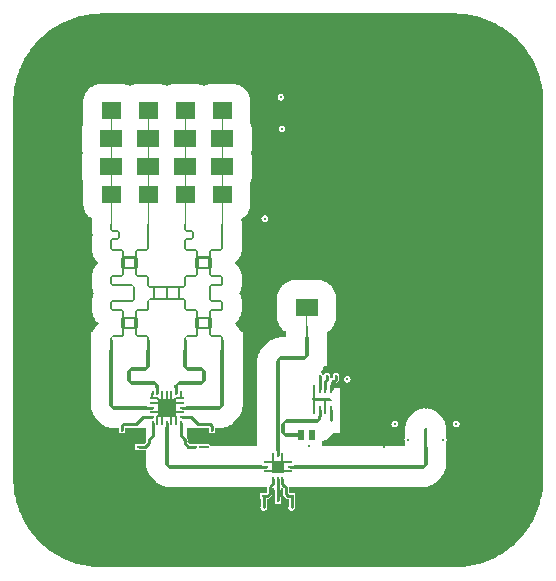
<source format=gtl>
G04*
G04 #@! TF.GenerationSoftware,Altium Limited,Altium Designer,25.8.1 (18)*
G04*
G04 Layer_Physical_Order=1*
G04 Layer_Color=255*
%FSLAX26Y26*%
%MOIN*%
G70*
G04*
G04 #@! TF.SameCoordinates,AB66D781-FBCB-4B57-8275-DC7DE2197C71*
G04*
G04*
G04 #@! TF.FilePolarity,Positive*
G04*
G01*
G75*
%ADD10C,0.009842*%
%ADD13C,0.007874*%
%ADD18R,0.012992X0.001000*%
%ADD19R,0.001000X0.012992*%
%ADD20R,0.012950X0.033489*%
%ADD21R,0.010344X0.013941*%
%ADD22R,0.013941X0.010344*%
%ADD23R,0.009842X0.031496*%
%ADD24C,0.008858*%
%ADD25R,0.009842X0.027559*%
%ADD26R,0.039000X0.039000*%
%ADD27R,0.013000X0.010000*%
%ADD28R,0.010000X0.013000*%
%ADD29R,0.059000X0.059000*%
%ADD30R,0.022000X0.033000*%
%ADD31R,0.012992X0.003937*%
%ADD32C,0.050000*%
%ADD33C,0.012992*%
%ADD34C,0.008661*%
%ADD35C,0.012000*%
%ADD36C,0.020000*%
G36*
X603928Y1530006D02*
X612831Y1529467D01*
X621715Y1528660D01*
X630570Y1527585D01*
X639389Y1526243D01*
X648163Y1524635D01*
X656885Y1522763D01*
X665546Y1520628D01*
X674138Y1518233D01*
X682655Y1515579D01*
X691087Y1512669D01*
X699428Y1509506D01*
X707669Y1506092D01*
X715803Y1502431D01*
X723823Y1498526D01*
X731722Y1494381D01*
X739491Y1489999D01*
X747125Y1485384D01*
X754616Y1480541D01*
X761957Y1475473D01*
X769142Y1470187D01*
X776164Y1464685D01*
X783017Y1458975D01*
X789693Y1453059D01*
X796189Y1446945D01*
X802496Y1440638D01*
X808611Y1434142D01*
X814526Y1427465D01*
X820237Y1420613D01*
X825738Y1413591D01*
X831025Y1406406D01*
X836092Y1399065D01*
X840935Y1391574D01*
X845550Y1383940D01*
X849932Y1376171D01*
X854077Y1368272D01*
X857982Y1360252D01*
X861643Y1352118D01*
X865057Y1343876D01*
X868220Y1335536D01*
X871130Y1327103D01*
X873784Y1318587D01*
X876179Y1309995D01*
X878314Y1301333D01*
X880186Y1292612D01*
X881794Y1283838D01*
X883136Y1275019D01*
X884212Y1266164D01*
X885019Y1257280D01*
X885557Y1248376D01*
X885827Y1239460D01*
X885827Y1235000D01*
X885827Y-20036D01*
X885819Y-20039D01*
X885819Y-20040D01*
X885819Y-24500D01*
X885549Y-33416D01*
X885011Y-42320D01*
X884204Y-51203D01*
X883128Y-60059D01*
X881786Y-68877D01*
X880178Y-77651D01*
X878306Y-86373D01*
X876171Y-95034D01*
X873776Y-103627D01*
X871122Y-112143D01*
X868212Y-120575D01*
X865049Y-128916D01*
X861635Y-137157D01*
X857975Y-145292D01*
X854069Y-153312D01*
X849924Y-161210D01*
X845542Y-168980D01*
X840927Y-176614D01*
X836084Y-184105D01*
X831017Y-191446D01*
X825730Y-198631D01*
X820229Y-205652D01*
X814518Y-212505D01*
X808603Y-219182D01*
X802488Y-225677D01*
X796181Y-231985D01*
X789686Y-238099D01*
X783009Y-244014D01*
X776156Y-249725D01*
X769134Y-255226D01*
X761949Y-260513D01*
X754608Y-265580D01*
X747117Y-270423D01*
X739484Y-275038D01*
X731714Y-279420D01*
X723815Y-283566D01*
X715795Y-287471D01*
X707661Y-291132D01*
X699420Y-294545D01*
X691079Y-297709D01*
X682647Y-300618D01*
X674130Y-303272D01*
X665538Y-305668D01*
X656877Y-307802D01*
X648155Y-309674D01*
X639381Y-311282D01*
X630562Y-312625D01*
X621707Y-313700D01*
X612823Y-314507D01*
X603920Y-315046D01*
X595003Y-315315D01*
X-586008Y-315315D01*
X-586008Y-315315D01*
X-586014Y-315331D01*
X-590452Y-315331D01*
X-599369Y-315061D01*
X-608272Y-314523D01*
X-617156Y-313716D01*
X-626011Y-312640D01*
X-634830Y-311298D01*
X-643604Y-309690D01*
X-652326Y-307818D01*
X-660987Y-305683D01*
X-669579Y-303288D01*
X-678096Y-300634D01*
X-686528Y-297724D01*
X-694869Y-294561D01*
X-703110Y-291147D01*
X-711244Y-287486D01*
X-719264Y-283581D01*
X-727163Y-279436D01*
X-734933Y-275054D01*
X-742566Y-270439D01*
X-750057Y-265596D01*
X-757398Y-260529D01*
X-764583Y-255242D01*
X-771605Y-249741D01*
X-778458Y-244030D01*
X-785135Y-238114D01*
X-791630Y-232000D01*
X-797937Y-225693D01*
X-804052Y-219197D01*
X-809967Y-212521D01*
X-815678Y-205668D01*
X-821179Y-198646D01*
X-826466Y-191461D01*
X-831533Y-184120D01*
X-836376Y-176629D01*
X-840991Y-168995D01*
X-845373Y-161226D01*
X-849518Y-153327D01*
X-853423Y-145307D01*
X-857084Y-137173D01*
X-860498Y-128932D01*
X-863661Y-120591D01*
X-866571Y-112159D01*
X-869225Y-103642D01*
X-871620Y-95050D01*
X-873755Y-86389D01*
X-875627Y-77667D01*
X-877235Y-68893D01*
X-878577Y-60074D01*
X-879653Y-51219D01*
X-880460Y-42335D01*
X-880998Y-33431D01*
X-881268Y-24515D01*
X-881268Y-20055D01*
X-881276Y1235000D01*
X-881276Y1239460D01*
X-881006Y1248376D01*
X-880468Y1257280D01*
X-879660Y1266164D01*
X-878585Y1275019D01*
X-877243Y1283838D01*
X-875635Y1292612D01*
X-873763Y1301333D01*
X-871628Y1309995D01*
X-869233Y1318587D01*
X-866579Y1327103D01*
X-863669Y1335536D01*
X-860506Y1343876D01*
X-857092Y1352118D01*
X-853431Y1360252D01*
X-849526Y1368272D01*
X-845381Y1376171D01*
X-840999Y1383940D01*
X-836384Y1391574D01*
X-831541Y1399065D01*
X-826473Y1406406D01*
X-821187Y1413591D01*
X-815686Y1420613D01*
X-809975Y1427465D01*
X-804059Y1434142D01*
X-797945Y1440638D01*
X-791638Y1446945D01*
X-785142Y1453059D01*
X-778466Y1458975D01*
X-771613Y1464685D01*
X-764591Y1470187D01*
X-757406Y1475473D01*
X-750065Y1480541D01*
X-742574Y1485384D01*
X-734940Y1489999D01*
X-727171Y1494381D01*
X-719272Y1498526D01*
X-711252Y1502431D01*
X-703118Y1506092D01*
X-694876Y1509506D01*
X-686536Y1512669D01*
X-678104Y1515579D01*
X-669587Y1518233D01*
X-660995Y1520628D01*
X-652334Y1522763D01*
X-643612Y1524635D01*
X-634838Y1526243D01*
X-626019Y1527585D01*
X-617164Y1528660D01*
X-608280Y1529467D01*
X-599376Y1530006D01*
X-590460Y1530276D01*
X595011Y1530276D01*
X603928Y1530006D01*
X603928Y1530006D02*
G37*
%LPC*%
G36*
X-152332Y1295890D02*
X-217077Y1295890D01*
X-221477Y1295733D01*
X-225854Y1295263D01*
X-230186Y1294481D01*
X-234452Y1293392D01*
X-238630Y1292002D01*
X-242697Y1290317D01*
X-246338Y1288494D01*
X-249980Y1290317D01*
X-254047Y1292002D01*
X-258224Y1293392D01*
X-262490Y1294481D01*
X-266823Y1295263D01*
X-271200Y1295733D01*
X-275600Y1295890D01*
X-340345Y1295890D01*
X-344744Y1295733D01*
X-349122Y1295263D01*
X-353454Y1294481D01*
X-357720Y1293392D01*
X-361897Y1292002D01*
X-365965Y1290317D01*
X-369606Y1288494D01*
X-373248Y1290317D01*
X-377315Y1292002D01*
X-381492Y1293392D01*
X-385758Y1294481D01*
X-390091Y1295263D01*
X-394468Y1295733D01*
X-398868Y1295890D01*
X-463612Y1295890D01*
X-468012Y1295733D01*
X-472389Y1295263D01*
X-476722Y1294481D01*
X-480988Y1293392D01*
X-485165Y1292002D01*
X-489232Y1290317D01*
X-492874Y1288494D01*
X-496515Y1290317D01*
X-500583Y1292002D01*
X-504760Y1293392D01*
X-509026Y1294481D01*
X-513358Y1295263D01*
X-517736Y1295733D01*
X-522135Y1295890D01*
X-586880Y1295890D01*
X-591280Y1295733D01*
X-595657Y1295263D01*
X-599990Y1294481D01*
X-604255Y1293392D01*
X-608433Y1292002D01*
X-612500Y1290317D01*
X-616437Y1288347D01*
X-620223Y1286100D01*
X-623840Y1283589D01*
X-627268Y1280827D01*
X-630490Y1277827D01*
X-633490Y1274605D01*
X-636252Y1271177D01*
X-638763Y1267560D01*
X-641009Y1263774D01*
X-642980Y1259837D01*
X-644665Y1255770D01*
X-646055Y1251592D01*
X-647144Y1247327D01*
X-647926Y1242994D01*
X-648396Y1238617D01*
X-648553Y1234217D01*
X-648553Y1177173D01*
X-648396Y1172774D01*
X-647926Y1168396D01*
X-647630Y1166756D01*
X-649082Y1163250D01*
X-650472Y1159073D01*
X-651561Y1154807D01*
X-652343Y1150475D01*
X-652813Y1146097D01*
X-652971Y1141697D01*
X-652971Y1084653D01*
X-652813Y1080254D01*
X-652343Y1075877D01*
X-651561Y1071544D01*
X-650472Y1067278D01*
X-650352Y1066916D01*
X-650472Y1066553D01*
X-651561Y1062287D01*
X-652343Y1057955D01*
X-652813Y1053578D01*
X-652971Y1049178D01*
X-652971Y992134D01*
X-652813Y987734D01*
X-652343Y983357D01*
X-651561Y979024D01*
X-650472Y974759D01*
X-649082Y970581D01*
X-647630Y967075D01*
X-647926Y965435D01*
X-648396Y961058D01*
X-648553Y956658D01*
X-648553Y899614D01*
X-648396Y895215D01*
X-647926Y890837D01*
X-647144Y886505D01*
X-646055Y882239D01*
X-644665Y878062D01*
X-642980Y873994D01*
X-641009Y870057D01*
X-638763Y866271D01*
X-636252Y862655D01*
X-633490Y859227D01*
X-630490Y856005D01*
X-627268Y853005D01*
X-623840Y850242D01*
X-620223Y847731D01*
X-618500Y846709D01*
X-618500Y840811D01*
X-618973Y838191D01*
X-619443Y833814D01*
X-619601Y829414D01*
X-619601Y811137D01*
X-619443Y806738D01*
X-618973Y802360D01*
X-618191Y798028D01*
X-617102Y793762D01*
X-616857Y793026D01*
X-617102Y792290D01*
X-618191Y788024D01*
X-618973Y783692D01*
X-619443Y779314D01*
X-619601Y774915D01*
X-619601Y748161D01*
X-619443Y743761D01*
X-618973Y739384D01*
X-618191Y735051D01*
X-617102Y730785D01*
X-615712Y726608D01*
X-614027Y722540D01*
X-612057Y718604D01*
X-609810Y714817D01*
X-607299Y711201D01*
X-604537Y707773D01*
X-601537Y704551D01*
X-596531Y699546D01*
X-601537Y694540D01*
X-604537Y691317D01*
X-607299Y687889D01*
X-609810Y684273D01*
X-612057Y680487D01*
X-614027Y676550D01*
X-615712Y672483D01*
X-617102Y668305D01*
X-618191Y664040D01*
X-618973Y659707D01*
X-619443Y655330D01*
X-619601Y650930D01*
X-619601Y629098D01*
X-619443Y624698D01*
X-618973Y620321D01*
X-618191Y615988D01*
X-617102Y611722D01*
X-615712Y607545D01*
X-614027Y603477D01*
X-612057Y599541D01*
X-611600Y598772D01*
X-612057Y598003D01*
X-614027Y594066D01*
X-615712Y589999D01*
X-617102Y585821D01*
X-618191Y581556D01*
X-618973Y577223D01*
X-619443Y572846D01*
X-619601Y568446D01*
X-619601Y546614D01*
X-619443Y542214D01*
X-618973Y537837D01*
X-618191Y533504D01*
X-617102Y529239D01*
X-615712Y525061D01*
X-614027Y520994D01*
X-612057Y517057D01*
X-609810Y513271D01*
X-607299Y509654D01*
X-604537Y506226D01*
X-601537Y503004D01*
X-596531Y497998D01*
X-601537Y492993D01*
X-604537Y489770D01*
X-607299Y486342D01*
X-609810Y482726D01*
X-612057Y478940D01*
X-614027Y475003D01*
X-615712Y470936D01*
X-616488Y468603D01*
X-622617Y468603D01*
X-622617Y408061D01*
X-622656Y406969D01*
X-622656Y390827D01*
X-622677Y390225D01*
X-622677Y225094D01*
X-622520Y220695D01*
X-622049Y216317D01*
X-621268Y211985D01*
X-620179Y207719D01*
X-618789Y203542D01*
X-617104Y199474D01*
X-615133Y195537D01*
X-612887Y191751D01*
X-610376Y188135D01*
X-607613Y184707D01*
X-604613Y181485D01*
X-589023Y165894D01*
X-585801Y162895D01*
X-582373Y160132D01*
X-578757Y157621D01*
X-574971Y155375D01*
X-571034Y153404D01*
X-566967Y151720D01*
X-562789Y150329D01*
X-558524Y149240D01*
X-554191Y148459D01*
X-549814Y147988D01*
X-545414Y147831D01*
X-529936Y147831D01*
X-529936Y130550D01*
X-509592Y130550D01*
X-509592Y145709D01*
X-507471Y147831D01*
X-437775Y147830D01*
X-437775Y116629D01*
X-438621Y115466D01*
X-439407Y113923D01*
X-439942Y112277D01*
X-440213Y110567D01*
X-440213Y108835D01*
X-439942Y107125D01*
X-439407Y105478D01*
X-438621Y103936D01*
X-438572Y103869D01*
X-438572Y102751D01*
X-445885Y95438D01*
X-450707Y95438D01*
X-450707Y96251D01*
X-474648Y96251D01*
X-474648Y75907D01*
X-450707Y75907D01*
X-450707Y76719D01*
X-442008Y76719D01*
X-440776Y76816D01*
X-440460Y76771D01*
X-437968Y74871D01*
X-437775Y74485D01*
X-437775Y28874D01*
X-437618Y24474D01*
X-437148Y20097D01*
X-436366Y15764D01*
X-435277Y11499D01*
X-433887Y7321D01*
X-432202Y3254D01*
X-430231Y-683D01*
X-427985Y-4469D01*
X-425474Y-8085D01*
X-422712Y-11514D01*
X-419712Y-14736D01*
X-404121Y-30326D01*
X-400899Y-33326D01*
X-397471Y-36089D01*
X-393855Y-38599D01*
X-390069Y-40846D01*
X-386132Y-42816D01*
X-382065Y-44501D01*
X-377887Y-45892D01*
X-373622Y-46980D01*
X-369289Y-47762D01*
X-364912Y-48233D01*
X-360512Y-48390D01*
X-53295Y-48391D01*
X-52876Y-48376D01*
X-52489Y-48384D01*
X-52267Y-48382D01*
X-52261Y-48381D01*
X-52239Y-48382D01*
X-52017Y-48378D01*
X-50105Y-48277D01*
X-48896Y-48233D01*
X-48614Y-48203D01*
X-47870Y-48167D01*
X-47746Y-48152D01*
X-47621Y-48145D01*
X-45553Y-47887D01*
X-44572Y-47769D01*
X-44518Y-47763D01*
X-44506Y-47761D01*
X-43499Y-47639D01*
X-43377Y-47615D01*
X-43252Y-47600D01*
X-41213Y-47196D01*
X-39453Y-46854D01*
X-38782Y-46854D01*
X-36013Y-48764D01*
X-36013Y-67525D01*
X-37592Y-69104D01*
X-58309Y-69104D01*
X-58309Y-89448D01*
X-56291Y-89448D01*
X-56291Y-111641D01*
X-56533Y-112116D01*
X-57068Y-113763D01*
X-57339Y-115473D01*
X-57339Y-117204D01*
X-57068Y-118914D01*
X-56533Y-120561D01*
X-55747Y-122104D01*
X-54729Y-123505D01*
X-53505Y-124729D01*
X-52104Y-125747D01*
X-50561Y-126533D01*
X-48914Y-127068D01*
X-47204Y-127339D01*
X-45473Y-127339D01*
X-43763Y-127068D01*
X-42116Y-126533D01*
X-40573Y-125747D01*
X-39173Y-124729D01*
X-37948Y-123505D01*
X-36931Y-122104D01*
X-36145Y-120561D01*
X-35609Y-118914D01*
X-35339Y-117204D01*
X-35339Y-115473D01*
X-35609Y-113763D01*
X-36145Y-112116D01*
X-36387Y-111641D01*
X-36387Y-89448D01*
X-34368Y-89448D01*
X-34368Y-88623D01*
X-33063Y-88520D01*
X-31635Y-88177D01*
X-30278Y-87615D01*
X-29026Y-86848D01*
X-27909Y-85894D01*
X-20035Y-78020D01*
X-19081Y-76903D01*
X-18314Y-75651D01*
X-17752Y-74294D01*
X-17409Y-72866D01*
X-17294Y-71401D01*
X-17294Y-52641D01*
X-15315Y-50662D01*
X-14361Y-49545D01*
X-14121Y-49154D01*
X-13098Y-49006D01*
X-10671Y-51247D01*
X-10729Y-51424D01*
X-11000Y-53134D01*
X-11000Y-54866D01*
X-10729Y-56576D01*
X-10194Y-58222D01*
X-9438Y-59706D01*
X-9438Y-80915D01*
X-10251Y-80915D01*
X-10251Y-104856D01*
X10093Y-104856D01*
X10093Y-80915D01*
X9281Y-80915D01*
X9281Y-59940D01*
X9408Y-59765D01*
X10194Y-58222D01*
X10729Y-56576D01*
X11000Y-54866D01*
X11000Y-53134D01*
X10882Y-52388D01*
X12110Y-50105D01*
X13136Y-49124D01*
X14247Y-49003D01*
X14701Y-49458D01*
X14755Y-49545D01*
X15709Y-50662D01*
X17688Y-52641D01*
X17688Y-71401D01*
X17803Y-72866D01*
X18146Y-74294D01*
X18708Y-75651D01*
X19475Y-76903D01*
X20429Y-78020D01*
X28303Y-85894D01*
X29420Y-86848D01*
X30672Y-87615D01*
X32029Y-88177D01*
X33457Y-88520D01*
X34762Y-88623D01*
X34762Y-89448D01*
X36781Y-89448D01*
X36781Y-111641D01*
X36538Y-112116D01*
X36003Y-113763D01*
X35732Y-115473D01*
X35732Y-117204D01*
X36003Y-118914D01*
X36538Y-120561D01*
X37324Y-122104D01*
X38342Y-123505D01*
X39566Y-124729D01*
X40967Y-125747D01*
X42510Y-126533D01*
X44157Y-127068D01*
X45867Y-127339D01*
X47598Y-127339D01*
X49308Y-127068D01*
X50955Y-126533D01*
X52498Y-125747D01*
X53898Y-124729D01*
X55123Y-123505D01*
X56140Y-122104D01*
X56926Y-120561D01*
X57462Y-118914D01*
X57732Y-117204D01*
X57732Y-115473D01*
X57462Y-113763D01*
X56926Y-112116D01*
X56684Y-111641D01*
X56684Y-89448D01*
X58703Y-89448D01*
X58703Y-69104D01*
X37986Y-69104D01*
X36407Y-67525D01*
X36407Y-48764D01*
X39176Y-46854D01*
X40086Y-46854D01*
X40579Y-46980D01*
X44912Y-47762D01*
X49289Y-48233D01*
X53689Y-48390D01*
X484173Y-48390D01*
X488573Y-48233D01*
X492950Y-47762D01*
X497283Y-46980D01*
X501549Y-45892D01*
X505726Y-44501D01*
X509793Y-42816D01*
X513730Y-40846D01*
X517516Y-38599D01*
X521133Y-36089D01*
X524561Y-33326D01*
X527783Y-30326D01*
X543373Y-14736D01*
X543490Y-14610D01*
X543615Y-14492D01*
X544985Y-13004D01*
X546373Y-11514D01*
X546481Y-11379D01*
X546597Y-11254D01*
X547855Y-9675D01*
X549136Y-8085D01*
X549234Y-7943D01*
X549340Y-7810D01*
X550483Y-6146D01*
X551646Y-4469D01*
X551734Y-4321D01*
X551831Y-4180D01*
X552858Y-2427D01*
X553893Y-683D01*
X553970Y-530D01*
X554057Y-381D01*
X554955Y1438D01*
X555864Y3254D01*
X555930Y3413D01*
X556005Y3566D01*
X556770Y5443D01*
X557548Y7321D01*
X557602Y7484D01*
X557667Y7643D01*
X558296Y9568D01*
X558939Y11498D01*
X558981Y11666D01*
X559034Y11828D01*
X559526Y13800D01*
X560027Y15764D01*
X560058Y15932D01*
X560100Y16100D01*
X560452Y18120D01*
X560809Y20097D01*
X560827Y20266D01*
X560857Y20437D01*
X561064Y22464D01*
X561280Y24474D01*
X561286Y24646D01*
X561303Y24817D01*
X561365Y26849D01*
X561437Y28874D01*
X561431Y29045D01*
X561436Y29217D01*
X561025Y103116D01*
X561621Y103936D01*
X562407Y105478D01*
X562942Y107125D01*
X563213Y108835D01*
X563213Y110567D01*
X562942Y112277D01*
X562407Y113923D01*
X561621Y115466D01*
X560951Y116388D01*
X560780Y147075D01*
X560744Y147953D01*
X560744Y148868D01*
X560658Y150175D01*
X560624Y151132D01*
X560606Y151302D01*
X560599Y151474D01*
X560538Y152012D01*
X560454Y153286D01*
X559876Y157677D01*
X559013Y162020D01*
X557866Y166297D01*
X556443Y170490D01*
X554748Y174581D01*
X552790Y178553D01*
X550576Y182388D01*
X548116Y186070D01*
X545420Y189583D01*
X542500Y192912D01*
X539369Y196043D01*
X536040Y198963D01*
X532527Y201659D01*
X528845Y204119D01*
X525010Y206333D01*
X521038Y208292D01*
X516947Y209986D01*
X512754Y211410D01*
X508476Y212556D01*
X504133Y213420D01*
X499743Y213998D01*
X495324Y214287D01*
X490896Y214287D01*
X486477Y213998D01*
X482087Y213420D01*
X477744Y212556D01*
X473467Y211410D01*
X469273Y209986D01*
X465182Y208292D01*
X461211Y206333D01*
X457376Y204119D01*
X453694Y201659D01*
X450181Y198963D01*
X446851Y196043D01*
X443720Y192912D01*
X440800Y189583D01*
X438105Y186070D01*
X435645Y182388D01*
X433430Y178553D01*
X431472Y174581D01*
X429777Y170490D01*
X428354Y166297D01*
X427208Y162020D01*
X426344Y157677D01*
X425766Y153286D01*
X425684Y152033D01*
X425603Y151303D01*
X425600Y151218D01*
X425591Y151132D01*
X425550Y149995D01*
X425476Y148868D01*
X425476Y148005D01*
X425434Y146904D01*
X425350Y116802D01*
X424379Y115466D01*
X423593Y113923D01*
X423058Y112277D01*
X422787Y110567D01*
X422787Y108835D01*
X423058Y107125D01*
X423593Y105478D01*
X424379Y103936D01*
X425311Y102654D01*
X425270Y87949D01*
X148831Y87949D01*
X148831Y105113D01*
X152143Y106216D01*
X156211Y107900D01*
X160148Y109871D01*
X163934Y112118D01*
X167550Y114628D01*
X170978Y117391D01*
X174200Y120391D01*
X176796Y122986D01*
X176799Y122989D01*
X185538Y131728D01*
X206240Y131728D01*
X206240Y165679D01*
X206444Y166475D01*
X206445Y166480D01*
X206445Y166481D01*
X206630Y167505D01*
X207226Y170808D01*
X207226Y170812D01*
X207226Y170814D01*
X207379Y172228D01*
X207697Y175185D01*
X207697Y175189D01*
X207697Y175191D01*
X207752Y176726D01*
X207854Y179584D01*
X207855Y188435D01*
X207840Y188857D01*
X207849Y189247D01*
X207846Y189469D01*
X207846Y189475D01*
X207846Y189497D01*
X207842Y189719D01*
X207742Y191627D01*
X207698Y192834D01*
X207668Y193118D01*
X207631Y193866D01*
X207617Y193990D01*
X207610Y194115D01*
X207352Y196184D01*
X207236Y197145D01*
X207228Y197212D01*
X207226Y197227D01*
X207104Y198237D01*
X207080Y198359D01*
X207064Y198484D01*
X206660Y200523D01*
X206266Y202559D01*
X206240Y202653D01*
X206240Y282555D01*
X189005Y282555D01*
X189005Y297034D01*
X190714Y297034D01*
X192178Y297149D01*
X193606Y297492D01*
X194963Y298054D01*
X196215Y298822D01*
X197332Y299776D01*
X201767Y304210D01*
X202721Y305327D01*
X203488Y306579D01*
X204050Y307936D01*
X204393Y309365D01*
X204508Y310829D01*
X204508Y315829D01*
X204557Y315895D01*
X205343Y317438D01*
X205878Y319085D01*
X206149Y320795D01*
X206149Y322526D01*
X205878Y324236D01*
X205343Y325883D01*
X204557Y327426D01*
X203539Y328826D01*
X202315Y330051D01*
X200914Y331068D01*
X199371Y331854D01*
X197724Y332389D01*
X196014Y332660D01*
X194283Y332660D01*
X192573Y332389D01*
X190926Y331854D01*
X189383Y331068D01*
X187983Y330051D01*
X186758Y328826D01*
X185741Y327426D01*
X184954Y325883D01*
X184419Y324236D01*
X184149Y322526D01*
X184149Y320795D01*
X184419Y319085D01*
X184527Y318753D01*
X184336Y317944D01*
X183085Y316076D01*
X182499Y315649D01*
X182355Y315638D01*
X180927Y315295D01*
X179570Y314733D01*
X178317Y313966D01*
X177201Y313012D01*
X175509Y311320D01*
X172619Y312416D01*
X172554Y312566D01*
X172897Y313994D01*
X173012Y315458D01*
X173012Y315588D01*
X173699Y316534D01*
X174485Y318077D01*
X175020Y319723D01*
X175291Y321433D01*
X175291Y323165D01*
X175020Y324875D01*
X174485Y326522D01*
X173699Y328064D01*
X172682Y329465D01*
X171457Y330690D01*
X170056Y331707D01*
X168514Y332493D01*
X166867Y333028D01*
X165157Y333299D01*
X163426Y333299D01*
X161715Y333028D01*
X160069Y332493D01*
X158526Y331707D01*
X157125Y330690D01*
X155901Y329465D01*
X154883Y328064D01*
X154097Y326522D01*
X153562Y324875D01*
X153507Y324526D01*
X150470Y324526D01*
X150414Y324875D01*
X149879Y326522D01*
X149093Y328064D01*
X148075Y329465D01*
X146851Y330690D01*
X145450Y331707D01*
X144342Y332272D01*
X143582Y334142D01*
X143476Y335788D01*
X143547Y335877D01*
X143894Y336262D01*
X144929Y337592D01*
X145983Y338901D01*
X146279Y339327D01*
X146598Y339737D01*
X147535Y341138D01*
X148493Y342519D01*
X148757Y342964D01*
X149046Y343396D01*
X149881Y344861D01*
X150738Y346306D01*
X150970Y346769D01*
X151227Y347220D01*
X151955Y348738D01*
X152708Y350243D01*
X152906Y350723D01*
X153130Y351190D01*
X153747Y352754D01*
X154391Y354311D01*
X154555Y354803D01*
X154745Y355286D01*
X155013Y356138D01*
X164508Y356138D01*
X164508Y390331D01*
X164547Y391431D01*
X164548Y419738D01*
X164545Y419820D01*
X164545Y453267D01*
X164508Y454312D01*
X164508Y469776D01*
X166530Y470976D01*
X170146Y473486D01*
X173574Y476249D01*
X176796Y479249D01*
X179796Y482471D01*
X182559Y485899D01*
X185070Y489515D01*
X187316Y493301D01*
X189287Y497238D01*
X190972Y501306D01*
X192362Y505483D01*
X193451Y509749D01*
X194232Y514081D01*
X194703Y518459D01*
X194860Y522858D01*
X194860Y579941D01*
X194703Y584340D01*
X194232Y588718D01*
X193451Y593050D01*
X192362Y597316D01*
X190972Y601493D01*
X189287Y605561D01*
X187316Y609497D01*
X185070Y613284D01*
X182559Y616900D01*
X179796Y620328D01*
X176796Y623550D01*
X173574Y626550D01*
X170146Y629313D01*
X166530Y631823D01*
X162744Y634070D01*
X158807Y636041D01*
X154739Y637725D01*
X150562Y639116D01*
X146297Y640205D01*
X141964Y640986D01*
X137587Y641457D01*
X133187Y641614D01*
X59569Y641614D01*
X55169Y641457D01*
X50792Y640986D01*
X46459Y640205D01*
X42194Y639116D01*
X38017Y637725D01*
X33949Y636041D01*
X30012Y634070D01*
X26226Y631823D01*
X22610Y629313D01*
X19182Y626550D01*
X15960Y623550D01*
X12960Y620328D01*
X10197Y616900D01*
X7686Y613284D01*
X5440Y609497D01*
X3469Y605561D01*
X1784Y601493D01*
X394Y597316D01*
X-695Y593050D01*
X-1476Y588718D01*
X-1947Y584340D01*
X-2104Y579941D01*
X-2104Y522858D01*
X-1947Y518459D01*
X-1476Y514081D01*
X-695Y509749D01*
X394Y505483D01*
X1784Y501306D01*
X3469Y497238D01*
X5440Y493301D01*
X7686Y489515D01*
X10197Y485899D01*
X12960Y482471D01*
X15960Y479249D01*
X19182Y476249D01*
X22610Y473486D01*
X26226Y470976D01*
X28248Y469776D01*
X28248Y454312D01*
X28211Y453267D01*
X28211Y450508D01*
X9291Y450508D01*
X4891Y450351D01*
X514Y449880D01*
X-3818Y449098D01*
X-8084Y448010D01*
X-12261Y446619D01*
X-16329Y444935D01*
X-20266Y442964D01*
X-24052Y440717D01*
X-27668Y438207D01*
X-31096Y435444D01*
X-34318Y432444D01*
X-47310Y419452D01*
X-47312Y419451D01*
X-49909Y416854D01*
X-52909Y413632D01*
X-55671Y410204D01*
X-58182Y406587D01*
X-60428Y402801D01*
X-62399Y398864D01*
X-64084Y394797D01*
X-65474Y390620D01*
X-66563Y386354D01*
X-67345Y382021D01*
X-67815Y377644D01*
X-67972Y373244D01*
X-67972Y191449D01*
X-67969Y191371D01*
X-67969Y167062D01*
X-68188Y165032D01*
X-68345Y160633D01*
X-68345Y135872D01*
X-68188Y131472D01*
X-67951Y129272D01*
X-67951Y111017D01*
X-68099Y109513D01*
X-68245Y105055D01*
X-68245Y87949D01*
X-223542Y87949D01*
X-223758Y88849D01*
X-224296Y90148D01*
X-225031Y91348D01*
X-225945Y92418D01*
X-227014Y93331D01*
X-228214Y94066D01*
X-229513Y94605D01*
X-230881Y94933D01*
X-232284Y95043D01*
X-256511Y95043D01*
X-257913Y94933D01*
X-259281Y94605D01*
X-260581Y94066D01*
X-261565Y93463D01*
X-262375Y93666D01*
X-264565Y94898D01*
X-264565Y96251D01*
X-288506Y96251D01*
X-288506Y95438D01*
X-293328Y95438D01*
X-300640Y102751D01*
X-300640Y105386D01*
X-300593Y105478D01*
X-300058Y107125D01*
X-299787Y108835D01*
X-299787Y110567D01*
X-300058Y112277D01*
X-300593Y113923D01*
X-301379Y115466D01*
X-301436Y115544D01*
X-301436Y147831D01*
X-229620Y147831D01*
X-229620Y130550D01*
X-209277Y130550D01*
X-209277Y147831D01*
X-193799Y147831D01*
X-189399Y147988D01*
X-185022Y148458D01*
X-180689Y149240D01*
X-176423Y150329D01*
X-172246Y151719D01*
X-168179Y153404D01*
X-164242Y155375D01*
X-160456Y157621D01*
X-156839Y160132D01*
X-153411Y162894D01*
X-150189Y165894D01*
X-147594Y168490D01*
X-147591Y168493D01*
X-134599Y181485D01*
X-131599Y184707D01*
X-128837Y188135D01*
X-126326Y191751D01*
X-124079Y195537D01*
X-122109Y199474D01*
X-120424Y203541D01*
X-119034Y207719D01*
X-117945Y211984D01*
X-117163Y216317D01*
X-116692Y220694D01*
X-116535Y225094D01*
X-116534Y390224D01*
X-116549Y390643D01*
X-116541Y391031D01*
X-116543Y391253D01*
X-116544Y391259D01*
X-116543Y391281D01*
X-116547Y391503D01*
X-116557Y391681D01*
X-116557Y406969D01*
X-116596Y408061D01*
X-116596Y468603D01*
X-122724Y468603D01*
X-123500Y470936D01*
X-125185Y475003D01*
X-127156Y478940D01*
X-129402Y482726D01*
X-131913Y486342D01*
X-134675Y489771D01*
X-137675Y492993D01*
X-142681Y497998D01*
X-137675Y503004D01*
X-134675Y506226D01*
X-131913Y509654D01*
X-129402Y513271D01*
X-127156Y517057D01*
X-125185Y520994D01*
X-123500Y525061D01*
X-122110Y529239D01*
X-121021Y533504D01*
X-120239Y537837D01*
X-119769Y542214D01*
X-119612Y546614D01*
X-119612Y568446D01*
X-119769Y572846D01*
X-120239Y577223D01*
X-121021Y581556D01*
X-122110Y585821D01*
X-123500Y589999D01*
X-125185Y594066D01*
X-127156Y598003D01*
X-127612Y598772D01*
X-127156Y599540D01*
X-125185Y603477D01*
X-123500Y607545D01*
X-122110Y611722D01*
X-121021Y615988D01*
X-120239Y620321D01*
X-119769Y624698D01*
X-119612Y629098D01*
X-119612Y650930D01*
X-119769Y655330D01*
X-120239Y659707D01*
X-121021Y664040D01*
X-122110Y668305D01*
X-123500Y672483D01*
X-125185Y676550D01*
X-127156Y680487D01*
X-129402Y684273D01*
X-131913Y687889D01*
X-134675Y691317D01*
X-137675Y694540D01*
X-142681Y699546D01*
X-137676Y704551D01*
X-134676Y707773D01*
X-131913Y711201D01*
X-129402Y714817D01*
X-127156Y718604D01*
X-125185Y722540D01*
X-123500Y726608D01*
X-122110Y730785D01*
X-121021Y735051D01*
X-120239Y739384D01*
X-119769Y743761D01*
X-119612Y748161D01*
X-119612Y829414D01*
X-119769Y833814D01*
X-120239Y838191D01*
X-120712Y840811D01*
X-120712Y846709D01*
X-118989Y847731D01*
X-115373Y850242D01*
X-111945Y853005D01*
X-108723Y856005D01*
X-105723Y859227D01*
X-102960Y862655D01*
X-100449Y866271D01*
X-98203Y870057D01*
X-96232Y873994D01*
X-94547Y878062D01*
X-93157Y882239D01*
X-92068Y886505D01*
X-91287Y890837D01*
X-90816Y895215D01*
X-90659Y899614D01*
X-90659Y956658D01*
X-90816Y961058D01*
X-91287Y965435D01*
X-91582Y967075D01*
X-90130Y970581D01*
X-88740Y974759D01*
X-87651Y979024D01*
X-86869Y983357D01*
X-86399Y987734D01*
X-86242Y992134D01*
X-86242Y1049178D01*
X-86399Y1053578D01*
X-86869Y1057955D01*
X-87651Y1062287D01*
X-88740Y1066553D01*
X-88860Y1066916D01*
X-88740Y1067278D01*
X-87651Y1071544D01*
X-86869Y1075877D01*
X-86399Y1080254D01*
X-86242Y1084653D01*
X-86242Y1141697D01*
X-86399Y1146097D01*
X-86869Y1150475D01*
X-87651Y1154807D01*
X-88740Y1159073D01*
X-90130Y1163250D01*
X-91582Y1166756D01*
X-91287Y1168396D01*
X-90816Y1172774D01*
X-90659Y1177173D01*
X-90659Y1234217D01*
X-90816Y1238617D01*
X-91287Y1242994D01*
X-92068Y1247327D01*
X-93157Y1251592D01*
X-94547Y1255770D01*
X-96232Y1259837D01*
X-98203Y1263774D01*
X-100449Y1267560D01*
X-102960Y1271177D01*
X-105723Y1274605D01*
X-108723Y1277827D01*
X-111945Y1280827D01*
X-115373Y1283589D01*
X-118989Y1286100D01*
X-122775Y1288347D01*
X-126712Y1290317D01*
X-130780Y1292002D01*
X-134957Y1293392D01*
X-139222Y1294481D01*
X-143555Y1295263D01*
X-147932Y1295733D01*
X-152332Y1295890D01*
X-152332Y1295890D02*
G37*
G36*
X11866Y1262000D02*
X10134Y1262000D01*
X8424Y1261729D01*
X6777Y1261194D01*
X5235Y1260408D01*
X3834Y1259390D01*
X2610Y1258166D01*
X1592Y1256765D01*
X806Y1255223D01*
X271Y1253576D01*
X0Y1251866D01*
X0Y1250134D01*
X271Y1248424D01*
X806Y1246777D01*
X1592Y1245235D01*
X2610Y1243834D01*
X3834Y1242610D01*
X5235Y1241592D01*
X6777Y1240806D01*
X8424Y1240271D01*
X10134Y1240000D01*
X11866Y1240000D01*
X13576Y1240271D01*
X15223Y1240806D01*
X16765Y1241592D01*
X18166Y1242610D01*
X19390Y1243834D01*
X20408Y1245235D01*
X21194Y1246777D01*
X21729Y1248424D01*
X22000Y1250134D01*
X22000Y1251866D01*
X21729Y1253576D01*
X21194Y1255223D01*
X20408Y1256765D01*
X19390Y1258166D01*
X18166Y1259390D01*
X16765Y1260408D01*
X15223Y1261194D01*
X13576Y1261729D01*
X11866Y1262000D01*
X11866Y1262000D02*
G37*
G36*
X14866Y1157000D02*
X13134Y1157000D01*
X11424Y1156729D01*
X9777Y1156194D01*
X8235Y1155408D01*
X6834Y1154390D01*
X5610Y1153166D01*
X4592Y1151765D01*
X3806Y1150223D01*
X3271Y1148576D01*
X3000Y1146866D01*
X3000Y1145134D01*
X3271Y1143424D01*
X3806Y1141777D01*
X4592Y1140235D01*
X5610Y1138834D01*
X6834Y1137610D01*
X8235Y1136592D01*
X9777Y1135806D01*
X11424Y1135271D01*
X13134Y1135000D01*
X14866Y1135000D01*
X16576Y1135271D01*
X18223Y1135806D01*
X19765Y1136592D01*
X21166Y1137610D01*
X22390Y1138834D01*
X23408Y1140235D01*
X24194Y1141777D01*
X24729Y1143424D01*
X25000Y1145134D01*
X25000Y1146866D01*
X24729Y1148576D01*
X24194Y1150223D01*
X23408Y1151765D01*
X22390Y1153166D01*
X21166Y1154390D01*
X19765Y1155408D01*
X18223Y1156194D01*
X16576Y1156729D01*
X14866Y1157000D01*
X14866Y1157000D02*
G37*
G36*
X-42134Y857236D02*
X-43866Y857236D01*
X-45576Y856965D01*
X-47222Y856430D01*
X-48765Y855644D01*
X-50166Y854626D01*
X-51390Y853402D01*
X-52408Y852001D01*
X-53194Y850459D01*
X-53729Y848812D01*
X-54000Y847102D01*
X-54000Y845370D01*
X-53729Y843660D01*
X-53194Y842014D01*
X-52408Y840471D01*
X-51390Y839070D01*
X-50166Y837846D01*
X-48765Y836828D01*
X-47222Y836042D01*
X-45576Y835507D01*
X-43866Y835236D01*
X-42134Y835236D01*
X-40424Y835507D01*
X-38778Y836042D01*
X-37235Y836828D01*
X-35834Y837846D01*
X-34610Y839070D01*
X-33592Y840471D01*
X-32806Y842014D01*
X-32271Y843660D01*
X-32000Y845370D01*
X-32000Y847102D01*
X-32271Y848812D01*
X-32806Y850459D01*
X-33592Y852001D01*
X-34610Y853402D01*
X-35834Y854626D01*
X-37235Y855644D01*
X-38778Y856430D01*
X-40424Y856965D01*
X-42134Y857236D01*
X-42134Y857236D02*
G37*
G36*
X232866Y322000D02*
X231134Y322000D01*
X229424Y321729D01*
X227778Y321194D01*
X226235Y320408D01*
X224834Y319390D01*
X223610Y318166D01*
X222592Y316765D01*
X221806Y315223D01*
X221271Y313576D01*
X221000Y311866D01*
X221000Y310134D01*
X221271Y308424D01*
X221806Y306777D01*
X222592Y305235D01*
X223610Y303834D01*
X224834Y302610D01*
X226235Y301592D01*
X227778Y300806D01*
X229424Y300271D01*
X231134Y300000D01*
X232866Y300000D01*
X234576Y300271D01*
X236222Y300806D01*
X237765Y301592D01*
X239166Y302610D01*
X240390Y303834D01*
X241408Y305235D01*
X242194Y306777D01*
X242729Y308424D01*
X243000Y310134D01*
X243000Y311866D01*
X242729Y313576D01*
X242194Y315223D01*
X241408Y316765D01*
X240390Y318166D01*
X239166Y319390D01*
X237765Y320408D01*
X236222Y321194D01*
X234576Y321729D01*
X232866Y322000D01*
X232866Y322000D02*
G37*
G36*
X596385Y172866D02*
X594654Y172866D01*
X592944Y172595D01*
X591297Y172060D01*
X589755Y171274D01*
X588354Y170256D01*
X587129Y169032D01*
X586112Y167631D01*
X585326Y166089D01*
X584791Y164442D01*
X584520Y162732D01*
X584520Y161000D01*
X584791Y159290D01*
X585326Y157644D01*
X586112Y156101D01*
X587129Y154700D01*
X588354Y153476D01*
X589755Y152458D01*
X591297Y151672D01*
X592944Y151137D01*
X594654Y150866D01*
X596385Y150866D01*
X598096Y151137D01*
X599742Y151672D01*
X601285Y152458D01*
X602686Y153476D01*
X603910Y154700D01*
X604928Y156101D01*
X605714Y157644D01*
X606249Y159290D01*
X606520Y161000D01*
X606520Y162732D01*
X606249Y164442D01*
X605714Y166089D01*
X604928Y167631D01*
X603910Y169032D01*
X602686Y170256D01*
X601285Y171274D01*
X599742Y172060D01*
X598096Y172595D01*
X596385Y172866D01*
X596385Y172866D02*
G37*
G36*
X391346Y172866D02*
X389615Y172866D01*
X387904Y172595D01*
X386258Y172060D01*
X384715Y171274D01*
X383314Y170256D01*
X382090Y169032D01*
X381072Y167631D01*
X380286Y166089D01*
X379751Y164442D01*
X379480Y162732D01*
X379480Y161000D01*
X379751Y159290D01*
X380286Y157644D01*
X381072Y156101D01*
X382090Y154700D01*
X383314Y153476D01*
X384715Y152458D01*
X386258Y151672D01*
X387904Y151137D01*
X389615Y150866D01*
X391346Y150866D01*
X393056Y151137D01*
X394703Y151672D01*
X396245Y152458D01*
X397646Y153476D01*
X398871Y154700D01*
X399888Y156101D01*
X400674Y157644D01*
X401209Y159290D01*
X401480Y161000D01*
X401480Y162732D01*
X401209Y164442D01*
X400674Y166089D01*
X399888Y167631D01*
X398871Y169032D01*
X397646Y170256D01*
X396245Y171274D01*
X394703Y172060D01*
X393056Y172595D01*
X391346Y172866D01*
X391346Y172866D02*
G37*
%LPD*%
G36*
X-152332Y1177173D02*
X-183204Y1177173D01*
X-183220Y1177167D01*
X-183226Y1177152D01*
X-183226Y1141719D01*
X-183220Y1141704D01*
X-183204Y1141697D01*
X-147915Y1141697D01*
X-147915Y1084653D01*
X-183204Y1084653D01*
X-183220Y1084647D01*
X-183226Y1084632D01*
X-183226Y1049199D01*
X-183220Y1049184D01*
X-183204Y1049178D01*
X-147915Y1049178D01*
X-147915Y992134D01*
X-183204Y992134D01*
X-183220Y992128D01*
X-183226Y992112D01*
X-183226Y956679D01*
X-183220Y956664D01*
X-183204Y956658D01*
X-152332Y956658D01*
X-152332Y899614D01*
X-183204Y899614D01*
X-183220Y899608D01*
X-183226Y899593D01*
X-183226Y864160D01*
X-183220Y864145D01*
X-183204Y864139D01*
X-182385Y864139D01*
X-182385Y829435D01*
X-182379Y829420D01*
X-182364Y829414D01*
X-181285Y829414D01*
X-181285Y748161D01*
X-189532Y739913D01*
X-221677Y739913D01*
X-221692Y739907D01*
X-221698Y739892D01*
X-221698Y716766D01*
X-221692Y716751D01*
X-221677Y716745D01*
X-218683Y716745D01*
X-218683Y682346D01*
X-221677Y682346D01*
X-221692Y682340D01*
X-221698Y682325D01*
X-221698Y659199D01*
X-221692Y659184D01*
X-221677Y659178D01*
X-189532Y659178D01*
X-181285Y650930D01*
X-181285Y629098D01*
X-189532Y620850D01*
X-222295Y620850D01*
X-222310Y620844D01*
X-222316Y620829D01*
X-222316Y576715D01*
X-222310Y576700D01*
X-222295Y576694D01*
X-189532Y576694D01*
X-181285Y568446D01*
X-181285Y546614D01*
X-189532Y538366D01*
X-221677Y538366D01*
X-221692Y538360D01*
X-221698Y538345D01*
X-221698Y515219D01*
X-221692Y515204D01*
X-221677Y515197D01*
X-218683Y515197D01*
X-218683Y480799D01*
X-221677Y480799D01*
X-221692Y480793D01*
X-221698Y480778D01*
X-221698Y457652D01*
X-221692Y457637D01*
X-221677Y457631D01*
X-189532Y457631D01*
X-181285Y449383D01*
X-181285Y440928D01*
X-181279Y440912D01*
X-181264Y440906D01*
X-179903Y440906D01*
X-179903Y406990D01*
X-179897Y406975D01*
X-179882Y406969D01*
X-178230Y406969D01*
X-178230Y390225D01*
X-178208Y390225D01*
X-178211Y390447D01*
X-178208Y390225D01*
X-178208Y225094D01*
X-191201Y212102D01*
X-191201Y212102D01*
X-193799Y209504D01*
X-303937Y209504D01*
X-303937Y222496D01*
X-191201Y222496D01*
X-191201Y390225D01*
X-191179Y390225D01*
X-191179Y406969D01*
X-189527Y406969D01*
X-189512Y406975D01*
X-189506Y406990D01*
X-189506Y440906D01*
X-188145Y440906D01*
X-188130Y440912D01*
X-188124Y440928D01*
X-188124Y450770D01*
X-188130Y450785D01*
X-188145Y450791D01*
X-220290Y450791D01*
X-228538Y459039D01*
X-228538Y477337D01*
X-228544Y477352D01*
X-228559Y477358D01*
X-264118Y477358D01*
X-264133Y477352D01*
X-264139Y477337D01*
X-264139Y459039D01*
X-272387Y450791D01*
X-304531Y450791D01*
X-304546Y450785D01*
X-304553Y450770D01*
X-304553Y440928D01*
X-304546Y440912D01*
X-304531Y440906D01*
X-303171Y440906D01*
X-303171Y406990D01*
X-303164Y406975D01*
X-303149Y406969D01*
X-301498Y406969D01*
X-301498Y390225D01*
X-301476Y390225D01*
X-301479Y390447D01*
X-301475Y390225D01*
X-301476Y353047D01*
X-253976Y353047D01*
X-238386Y337457D01*
X-238386Y308401D01*
X-251378Y295409D01*
X-251378Y295409D01*
X-253976Y292811D01*
X-331614Y292811D01*
X-331614Y282575D01*
X-344606Y282575D01*
X-344606Y290213D01*
X-342008Y292811D01*
X-342008Y292811D01*
X-329016Y305803D01*
X-251378Y305803D01*
X-251378Y340054D01*
X-298878Y340055D01*
X-311870Y353047D01*
X-311870Y353047D01*
X-314468Y355646D01*
X-314468Y390225D01*
X-314447Y390225D01*
X-314447Y406969D01*
X-312795Y406969D01*
X-312780Y406975D01*
X-312774Y406990D01*
X-312774Y440906D01*
X-311413Y440906D01*
X-311398Y440912D01*
X-311392Y440928D01*
X-311392Y449383D01*
X-303144Y457631D01*
X-271000Y457631D01*
X-270985Y457637D01*
X-270978Y457652D01*
X-270978Y480778D01*
X-270985Y480793D01*
X-271000Y480799D01*
X-273994Y480799D01*
X-273994Y515197D01*
X-271000Y515197D01*
X-270985Y515204D01*
X-270978Y515219D01*
X-270978Y538345D01*
X-270985Y538360D01*
X-271000Y538366D01*
X-303144Y538366D01*
X-311392Y546614D01*
X-311392Y574754D01*
X-311398Y574769D01*
X-311413Y574776D01*
X-427799Y574776D01*
X-427814Y574769D01*
X-427820Y574754D01*
X-427820Y546614D01*
X-436068Y538366D01*
X-468212Y538366D01*
X-468228Y538360D01*
X-468234Y538345D01*
X-468234Y515219D01*
X-468228Y515204D01*
X-468212Y515197D01*
X-465218Y515197D01*
X-465218Y480799D01*
X-468212Y480799D01*
X-468228Y480793D01*
X-468234Y480778D01*
X-468234Y457652D01*
X-468228Y457637D01*
X-468212Y457631D01*
X-436068Y457631D01*
X-427820Y449383D01*
X-427820Y440928D01*
X-427814Y440912D01*
X-427799Y440906D01*
X-426438Y440906D01*
X-426438Y406990D01*
X-426432Y406975D01*
X-426417Y406969D01*
X-424765Y406969D01*
X-424765Y390225D01*
X-424744Y390225D01*
X-424744Y355646D01*
X-427342Y353047D01*
X-427342Y353047D01*
X-440334Y340055D01*
X-487835Y340054D01*
X-487835Y305803D01*
X-410197Y305803D01*
X-397205Y292811D01*
X-397205Y292811D01*
X-394606Y290213D01*
X-394606Y282575D01*
X-407598Y282575D01*
X-407598Y292811D01*
X-485236Y292811D01*
X-487835Y295409D01*
X-487835Y295409D01*
X-500827Y308401D01*
X-500827Y337457D01*
X-485236Y353047D01*
X-437736Y353047D01*
X-437737Y390225D01*
X-437733Y390447D01*
X-437736Y390225D01*
X-437715Y390225D01*
X-437715Y406969D01*
X-436063Y406969D01*
X-436048Y406975D01*
X-436041Y406990D01*
X-436041Y440906D01*
X-434681Y440906D01*
X-434666Y440912D01*
X-434660Y440928D01*
X-434660Y450770D01*
X-434666Y450785D01*
X-434681Y450791D01*
X-466825Y450791D01*
X-475073Y459039D01*
X-475073Y477337D01*
X-475079Y477352D01*
X-475094Y477358D01*
X-510653Y477358D01*
X-510668Y477352D01*
X-510675Y477337D01*
X-510675Y459039D01*
X-518922Y450791D01*
X-551067Y450791D01*
X-551082Y450785D01*
X-551088Y450770D01*
X-551088Y440928D01*
X-551082Y440912D01*
X-551067Y440906D01*
X-549706Y440906D01*
X-549706Y406990D01*
X-549700Y406975D01*
X-549685Y406969D01*
X-548033Y406969D01*
X-548033Y390225D01*
X-548012Y390225D01*
X-548015Y390447D01*
X-548011Y390225D01*
X-548012Y222496D01*
X-435275Y222496D01*
X-435275Y209504D01*
X-435054Y209507D01*
X-435275Y209503D01*
X-545414Y209504D01*
X-561004Y225094D01*
X-561004Y390225D01*
X-560982Y390225D01*
X-560982Y406969D01*
X-559331Y406969D01*
X-559315Y406975D01*
X-559309Y406990D01*
X-559309Y440906D01*
X-557949Y440906D01*
X-557933Y440912D01*
X-557927Y440928D01*
X-557927Y449383D01*
X-549680Y457631D01*
X-517535Y457631D01*
X-517520Y457637D01*
X-517514Y457652D01*
X-517514Y480778D01*
X-517520Y480793D01*
X-517535Y480799D01*
X-520530Y480799D01*
X-520530Y515197D01*
X-517535Y515197D01*
X-517520Y515204D01*
X-517514Y515219D01*
X-517514Y538345D01*
X-517520Y538360D01*
X-517535Y538366D01*
X-549680Y538366D01*
X-557927Y546614D01*
X-557927Y568446D01*
X-549680Y576694D01*
X-482681Y576694D01*
X-482666Y576700D01*
X-482660Y576715D01*
X-482660Y620829D01*
X-482666Y620844D01*
X-482681Y620850D01*
X-549680Y620850D01*
X-557927Y629098D01*
X-557927Y650930D01*
X-549680Y659178D01*
X-517535Y659178D01*
X-517520Y659184D01*
X-517514Y659199D01*
X-517514Y682325D01*
X-517520Y682340D01*
X-517535Y682346D01*
X-520530Y682346D01*
X-520530Y716745D01*
X-517535Y716745D01*
X-517520Y716751D01*
X-517514Y716766D01*
X-517514Y739892D01*
X-517520Y739907D01*
X-517535Y739913D01*
X-549680Y739913D01*
X-557927Y748161D01*
X-557927Y774915D01*
X-549680Y783162D01*
X-531972Y783162D01*
X-531957Y783168D01*
X-531951Y783183D01*
X-531951Y802868D01*
X-531957Y802884D01*
X-531972Y802890D01*
X-549680Y802890D01*
X-557927Y811137D01*
X-557927Y829414D01*
X-556848Y829414D01*
X-556833Y829420D01*
X-556827Y829435D01*
X-556827Y864139D01*
X-556008Y864139D01*
X-555993Y864145D01*
X-555986Y864160D01*
X-555986Y899593D01*
X-555993Y899608D01*
X-556008Y899614D01*
X-586880Y899614D01*
X-586880Y956658D01*
X-556008Y956658D01*
X-555993Y956664D01*
X-555986Y956679D01*
X-555986Y992112D01*
X-555993Y992128D01*
X-556008Y992134D01*
X-591297Y992134D01*
X-591297Y1049178D01*
X-556008Y1049178D01*
X-555993Y1049184D01*
X-555986Y1049199D01*
X-555986Y1084632D01*
X-555993Y1084647D01*
X-556008Y1084653D01*
X-591297Y1084653D01*
X-591297Y1141697D01*
X-556008Y1141697D01*
X-555993Y1141704D01*
X-555986Y1141719D01*
X-555986Y1177152D01*
X-555993Y1177167D01*
X-556008Y1177173D01*
X-586880Y1177173D01*
X-586880Y1234217D01*
X-522135Y1234217D01*
X-522135Y1177173D01*
X-553008Y1177173D01*
X-553023Y1177167D01*
X-553029Y1177152D01*
X-553029Y1141719D01*
X-553023Y1141704D01*
X-553008Y1141697D01*
X-517718Y1141697D01*
X-517718Y1084653D01*
X-553008Y1084653D01*
X-553023Y1084647D01*
X-553029Y1084632D01*
X-553029Y1049199D01*
X-553023Y1049184D01*
X-553008Y1049178D01*
X-517718Y1049178D01*
X-517718Y992134D01*
X-553008Y992134D01*
X-553023Y992128D01*
X-553029Y992112D01*
X-553029Y956679D01*
X-553023Y956664D01*
X-553008Y956658D01*
X-522135Y956658D01*
X-522135Y899614D01*
X-553008Y899614D01*
X-553023Y899608D01*
X-553029Y899593D01*
X-553029Y864160D01*
X-553023Y864145D01*
X-553008Y864139D01*
X-552188Y864139D01*
X-552188Y829435D01*
X-552182Y829420D01*
X-552167Y829414D01*
X-551088Y829414D01*
X-551088Y809750D01*
X-551082Y809735D01*
X-551067Y809729D01*
X-533359Y809729D01*
X-525112Y801482D01*
X-525112Y784570D01*
X-533359Y776323D01*
X-551067Y776323D01*
X-551082Y776317D01*
X-551088Y776302D01*
X-551088Y746774D01*
X-551082Y746759D01*
X-551067Y746753D01*
X-518922Y746753D01*
X-510675Y738505D01*
X-510675Y720207D01*
X-510668Y720192D01*
X-510653Y720186D01*
X-475094Y720186D01*
X-475079Y720192D01*
X-475073Y720207D01*
X-475073Y738505D01*
X-466826Y746753D01*
X-434681Y746753D01*
X-434666Y746759D01*
X-434660Y746774D01*
X-434660Y829414D01*
X-433580Y829414D01*
X-433565Y829420D01*
X-433559Y829435D01*
X-433559Y864139D01*
X-432740Y864139D01*
X-432725Y864145D01*
X-432719Y864160D01*
X-432719Y899593D01*
X-432725Y899608D01*
X-432740Y899614D01*
X-463612Y899614D01*
X-463612Y956658D01*
X-432740Y956658D01*
X-432725Y956664D01*
X-432719Y956679D01*
X-432719Y992112D01*
X-432725Y992128D01*
X-432740Y992134D01*
X-468030Y992134D01*
X-468030Y1049178D01*
X-432740Y1049178D01*
X-432725Y1049184D01*
X-432719Y1049199D01*
X-432719Y1084632D01*
X-432725Y1084647D01*
X-432740Y1084653D01*
X-468030Y1084653D01*
X-468030Y1141697D01*
X-432740Y1141697D01*
X-432725Y1141704D01*
X-432719Y1141719D01*
X-432719Y1177152D01*
X-432725Y1177167D01*
X-432740Y1177173D01*
X-463612Y1177173D01*
X-463612Y1234217D01*
X-398868Y1234217D01*
X-398868Y1177173D01*
X-429740Y1177173D01*
X-429755Y1177167D01*
X-429761Y1177152D01*
X-429761Y1141719D01*
X-429755Y1141704D01*
X-429740Y1141697D01*
X-394450Y1141697D01*
X-394450Y1084653D01*
X-429740Y1084653D01*
X-429755Y1084647D01*
X-429761Y1084632D01*
X-429761Y1049199D01*
X-429755Y1049184D01*
X-429740Y1049178D01*
X-394450Y1049178D01*
X-394450Y992134D01*
X-429740Y992134D01*
X-429755Y992128D01*
X-429761Y992112D01*
X-429761Y956679D01*
X-429755Y956664D01*
X-429740Y956658D01*
X-398868Y956658D01*
X-398868Y899614D01*
X-429740Y899614D01*
X-429755Y899608D01*
X-429761Y899593D01*
X-429761Y864160D01*
X-429755Y864145D01*
X-429740Y864139D01*
X-428921Y864139D01*
X-428921Y829435D01*
X-428914Y829420D01*
X-428899Y829414D01*
X-427820Y829414D01*
X-427820Y748161D01*
X-436068Y739913D01*
X-468212Y739913D01*
X-468228Y739907D01*
X-468234Y739892D01*
X-468234Y716766D01*
X-468228Y716751D01*
X-468212Y716745D01*
X-465218Y716745D01*
X-465218Y682346D01*
X-468212Y682346D01*
X-468228Y682340D01*
X-468234Y682325D01*
X-468234Y659199D01*
X-468228Y659184D01*
X-468212Y659178D01*
X-436068Y659178D01*
X-427820Y650930D01*
X-427820Y622790D01*
X-427814Y622775D01*
X-427799Y622768D01*
X-311413Y622768D01*
X-311398Y622775D01*
X-311392Y622790D01*
X-311392Y650930D01*
X-303144Y659178D01*
X-271000Y659178D01*
X-270985Y659184D01*
X-270978Y659199D01*
X-270978Y682325D01*
X-270985Y682340D01*
X-271000Y682346D01*
X-273994Y682346D01*
X-273994Y716745D01*
X-271000Y716745D01*
X-270985Y716751D01*
X-270978Y716766D01*
X-270978Y739892D01*
X-270985Y739907D01*
X-271000Y739913D01*
X-303144Y739913D01*
X-311392Y748161D01*
X-311392Y774915D01*
X-303144Y783162D01*
X-285437Y783162D01*
X-285422Y783168D01*
X-285416Y783183D01*
X-285416Y802868D01*
X-285422Y802884D01*
X-285437Y802890D01*
X-303144Y802890D01*
X-311392Y811137D01*
X-311392Y829414D01*
X-310313Y829414D01*
X-310298Y829420D01*
X-310291Y829435D01*
X-310291Y864139D01*
X-309472Y864139D01*
X-309457Y864145D01*
X-309451Y864160D01*
X-309451Y899593D01*
X-309457Y899608D01*
X-309472Y899614D01*
X-340345Y899614D01*
X-340345Y956658D01*
X-309472Y956658D01*
X-309457Y956664D01*
X-309451Y956679D01*
X-309451Y992112D01*
X-309457Y992128D01*
X-309472Y992134D01*
X-344762Y992134D01*
X-344762Y1049178D01*
X-309472Y1049178D01*
X-309457Y1049184D01*
X-309451Y1049199D01*
X-309451Y1084632D01*
X-309457Y1084647D01*
X-309472Y1084653D01*
X-344762Y1084653D01*
X-344762Y1141697D01*
X-309472Y1141697D01*
X-309457Y1141704D01*
X-309451Y1141719D01*
X-309451Y1177152D01*
X-309457Y1177167D01*
X-309472Y1177173D01*
X-340345Y1177173D01*
X-340345Y1234217D01*
X-275600Y1234217D01*
X-275600Y1177173D01*
X-306472Y1177173D01*
X-306487Y1177167D01*
X-306493Y1177152D01*
X-306493Y1141719D01*
X-306487Y1141704D01*
X-306472Y1141697D01*
X-271183Y1141697D01*
X-271183Y1084653D01*
X-306472Y1084653D01*
X-306487Y1084647D01*
X-306493Y1084632D01*
X-306493Y1049199D01*
X-306487Y1049184D01*
X-306472Y1049178D01*
X-271183Y1049178D01*
X-271183Y992134D01*
X-306472Y992134D01*
X-306487Y992128D01*
X-306493Y992112D01*
X-306493Y956679D01*
X-306487Y956664D01*
X-306472Y956658D01*
X-275600Y956658D01*
X-275600Y899614D01*
X-306472Y899614D01*
X-306487Y899608D01*
X-306493Y899593D01*
X-306493Y864160D01*
X-306487Y864145D01*
X-306472Y864139D01*
X-305653Y864139D01*
X-305653Y829435D01*
X-305647Y829420D01*
X-305632Y829414D01*
X-304553Y829414D01*
X-304553Y809750D01*
X-304546Y809735D01*
X-304531Y809729D01*
X-286824Y809729D01*
X-278576Y801482D01*
X-278576Y784570D01*
X-286824Y776323D01*
X-304531Y776323D01*
X-304546Y776317D01*
X-304553Y776302D01*
X-304553Y746774D01*
X-304546Y746759D01*
X-304531Y746753D01*
X-272387Y746753D01*
X-264139Y738505D01*
X-264139Y720207D01*
X-264133Y720192D01*
X-264118Y720186D01*
X-228559Y720186D01*
X-228544Y720192D01*
X-228538Y720207D01*
X-228538Y738505D01*
X-220290Y746753D01*
X-188145Y746753D01*
X-188130Y746759D01*
X-188124Y746774D01*
X-188124Y829414D01*
X-187045Y829414D01*
X-187030Y829420D01*
X-187024Y829435D01*
X-187024Y864139D01*
X-186204Y864139D01*
X-186189Y864145D01*
X-186183Y864160D01*
X-186183Y899593D01*
X-186189Y899608D01*
X-186204Y899614D01*
X-217077Y899614D01*
X-217077Y956658D01*
X-186204Y956658D01*
X-186189Y956664D01*
X-186183Y956679D01*
X-186183Y992112D01*
X-186189Y992128D01*
X-186204Y992134D01*
X-221494Y992134D01*
X-221494Y1049178D01*
X-186204Y1049178D01*
X-186189Y1049184D01*
X-186183Y1049199D01*
X-186183Y1084632D01*
X-186189Y1084647D01*
X-186204Y1084653D01*
X-221494Y1084653D01*
X-221494Y1141697D01*
X-186204Y1141697D01*
X-186189Y1141704D01*
X-186183Y1141719D01*
X-186183Y1177152D01*
X-186189Y1177167D01*
X-186204Y1177173D01*
X-217077Y1177173D01*
X-217077Y1234217D01*
X-152332Y1234217D01*
X-152332Y1177173D01*
X-152332Y1177173D02*
G37*
G36*
X133187Y522858D02*
X100880Y522858D01*
X100880Y538604D01*
X100879Y538606D01*
X100878Y538606D01*
X97878Y538606D01*
X97876Y538606D01*
X97876Y538604D01*
X97876Y487620D01*
X97876Y487618D01*
X97878Y487618D01*
X99811Y487618D01*
X99811Y453270D01*
X99811Y453268D01*
X99813Y453267D01*
X102872Y453267D01*
X102872Y419909D01*
X102875Y419740D01*
X102874Y391433D01*
X87284Y375843D01*
X96600Y375846D01*
X96378Y375842D01*
X6693Y375843D01*
X6693Y191449D01*
X6672Y191449D01*
X6672Y160654D01*
X6678Y160639D01*
X6693Y160633D01*
X7065Y160633D01*
X7065Y135872D01*
X6693Y135872D01*
X6678Y135866D01*
X6672Y135851D01*
X6672Y105055D01*
X-6278Y105055D01*
X-6278Y135851D01*
X-6284Y135866D01*
X-6299Y135872D01*
X-6672Y135872D01*
X-6672Y160633D01*
X-6299Y160633D01*
X-6284Y160639D01*
X-6278Y160654D01*
X-6278Y191449D01*
X-6299Y191449D01*
X-6299Y373244D01*
X-3701Y375843D01*
X-3701Y375843D01*
X9291Y388835D01*
X89882Y388835D01*
X89882Y419740D01*
X89884Y419740D01*
X89884Y453267D01*
X92943Y453267D01*
X92945Y453268D01*
X92945Y453270D01*
X92945Y487618D01*
X94878Y487618D01*
X94879Y487618D01*
X94880Y487620D01*
X94880Y538604D01*
X94879Y538606D01*
X94878Y538606D01*
X91878Y538606D01*
X91876Y538606D01*
X91876Y538604D01*
X91876Y522858D01*
X59569Y522858D01*
X59569Y579941D01*
X133187Y579941D01*
X133187Y522858D01*
X133187Y522858D02*
G37*
G36*
X181024Y242575D02*
X181024Y238638D01*
X118031Y238638D01*
X118031Y248480D01*
X175118Y248480D01*
X181024Y242575D01*
X181024Y242575D02*
G37*
G36*
X146182Y188441D02*
X146181Y179591D01*
X133189Y166599D01*
X133189Y166599D01*
X130591Y164000D01*
X37140Y164000D01*
X37140Y164022D01*
X23972Y164022D01*
X23957Y164015D01*
X23951Y164000D01*
X23951Y160654D01*
X23957Y160639D01*
X23972Y160633D01*
X24345Y160633D01*
X24345Y135872D01*
X23972Y135872D01*
X23957Y135866D01*
X23951Y135851D01*
X23951Y132504D01*
X23957Y132489D01*
X23972Y132483D01*
X37140Y132483D01*
X37140Y119533D01*
X27170Y119533D01*
X11002Y135702D01*
X11002Y135851D01*
X10995Y135866D01*
X10980Y135872D01*
X10608Y135872D01*
X10608Y160633D01*
X10980Y160633D01*
X10995Y160639D01*
X11002Y160654D01*
X11002Y160803D01*
X27170Y176971D01*
X37140Y176971D01*
X37140Y176992D01*
X133189Y176992D01*
X133189Y188441D01*
X146181Y188441D01*
X146178Y188663D01*
X146182Y188441D01*
X146182Y188441D02*
G37*
G36*
X499764Y28874D02*
X484173Y13284D01*
X53689Y13284D01*
X53689Y26276D01*
X486772Y26276D01*
X487107Y146732D01*
X499108Y146732D01*
X499764Y28874D01*
X499764Y28874D02*
G37*
G36*
X-363109Y153008D02*
X-363110Y26276D01*
X-53295Y26276D01*
X-53295Y13284D01*
X-53073Y13286D01*
X-53295Y13283D01*
X-360512Y13284D01*
X-376102Y28874D01*
X-376102Y153008D01*
X-363110Y153008D01*
X-363113Y153230D01*
X-363109Y153008D01*
X-363109Y153008D02*
G37*
%LPC*%
G36*
X-231575Y713346D02*
X-261102Y713346D01*
X-261117Y713340D01*
X-261123Y713325D01*
X-261123Y685766D01*
X-261117Y685751D01*
X-261102Y685745D01*
X-231575Y685745D01*
X-231560Y685751D01*
X-231553Y685766D01*
X-231553Y713325D01*
X-231560Y713340D01*
X-231575Y713346D01*
X-231575Y713346D02*
G37*
G36*
X-478110Y713346D02*
X-507638Y713346D01*
X-507653Y713340D01*
X-507659Y713325D01*
X-507659Y685766D01*
X-507653Y685751D01*
X-507638Y685745D01*
X-478110Y685745D01*
X-478095Y685751D01*
X-478089Y685766D01*
X-478089Y713325D01*
X-478095Y713340D01*
X-478110Y713346D01*
X-478110Y713346D02*
G37*
G36*
X-331894Y615929D02*
X-366165Y615929D01*
X-366180Y615923D01*
X-366187Y615908D01*
X-366187Y581636D01*
X-366180Y581621D01*
X-366165Y581615D01*
X-331894Y581615D01*
X-331878Y581621D01*
X-331872Y581636D01*
X-331872Y615908D01*
X-331878Y615923D01*
X-331894Y615929D01*
X-331894Y615929D02*
G37*
G36*
X-373047Y615929D02*
X-407319Y615929D01*
X-407334Y615923D01*
X-407340Y615908D01*
X-407340Y581636D01*
X-407334Y581621D01*
X-407319Y581615D01*
X-373047Y581615D01*
X-373032Y581621D01*
X-373026Y581636D01*
X-373026Y615908D01*
X-373032Y615923D01*
X-373047Y615929D01*
X-373047Y615929D02*
G37*
G36*
X-228559Y678905D02*
X-264118Y678905D01*
X-264133Y678899D01*
X-264139Y678884D01*
X-264139Y660586D01*
X-272387Y652339D01*
X-304531Y652339D01*
X-304546Y652332D01*
X-304553Y652317D01*
X-304553Y624177D01*
X-312800Y615929D01*
X-325012Y615929D01*
X-325027Y615923D01*
X-325033Y615908D01*
X-325033Y581636D01*
X-325027Y581621D01*
X-325012Y581615D01*
X-312800Y581615D01*
X-304553Y573367D01*
X-304553Y545227D01*
X-304546Y545212D01*
X-304531Y545205D01*
X-272387Y545205D01*
X-264139Y536958D01*
X-264139Y518660D01*
X-264133Y518645D01*
X-264118Y518639D01*
X-228559Y518639D01*
X-228544Y518645D01*
X-228538Y518660D01*
X-228538Y536958D01*
X-220290Y545205D01*
X-188145Y545205D01*
X-188130Y545212D01*
X-188124Y545227D01*
X-188124Y569833D01*
X-188130Y569848D01*
X-188145Y569854D01*
X-220908Y569854D01*
X-229156Y578102D01*
X-229156Y619442D01*
X-220908Y627690D01*
X-188145Y627690D01*
X-188130Y627696D01*
X-188124Y627711D01*
X-188124Y652317D01*
X-188130Y652332D01*
X-188145Y652339D01*
X-220290Y652339D01*
X-228538Y660586D01*
X-228538Y678884D01*
X-228544Y678899D01*
X-228559Y678905D01*
X-228559Y678905D02*
G37*
G36*
X-475094Y678905D02*
X-510653Y678905D01*
X-510668Y678899D01*
X-510675Y678884D01*
X-510675Y660586D01*
X-518922Y652339D01*
X-551067Y652339D01*
X-551082Y652332D01*
X-551088Y652317D01*
X-551088Y627711D01*
X-551082Y627696D01*
X-551067Y627690D01*
X-484068Y627690D01*
X-475820Y619442D01*
X-475820Y578102D01*
X-484068Y569854D01*
X-551067Y569854D01*
X-551082Y569848D01*
X-551088Y569833D01*
X-551088Y545227D01*
X-551082Y545212D01*
X-551067Y545205D01*
X-518922Y545205D01*
X-510675Y536958D01*
X-510675Y518660D01*
X-510668Y518645D01*
X-510653Y518639D01*
X-475094Y518639D01*
X-475079Y518645D01*
X-475073Y518660D01*
X-475073Y536958D01*
X-466825Y545205D01*
X-434681Y545205D01*
X-434666Y545212D01*
X-434660Y545227D01*
X-434660Y573367D01*
X-426412Y581615D01*
X-414201Y581615D01*
X-414185Y581621D01*
X-414179Y581636D01*
X-414179Y615908D01*
X-414185Y615923D01*
X-414201Y615929D01*
X-426412Y615929D01*
X-434660Y624177D01*
X-434660Y652317D01*
X-434666Y652332D01*
X-434681Y652339D01*
X-466825Y652339D01*
X-475073Y660586D01*
X-475073Y678884D01*
X-475079Y678899D01*
X-475094Y678905D01*
X-475094Y678905D02*
G37*
G36*
X-231575Y511799D02*
X-261102Y511799D01*
X-261117Y511793D01*
X-261123Y511778D01*
X-261123Y484219D01*
X-261117Y484204D01*
X-261102Y484197D01*
X-231575Y484197D01*
X-231560Y484204D01*
X-231553Y484219D01*
X-231553Y511778D01*
X-231560Y511793D01*
X-231575Y511799D01*
X-231575Y511799D02*
G37*
G36*
X-478110Y511799D02*
X-507638Y511799D01*
X-507653Y511793D01*
X-507659Y511778D01*
X-507659Y484219D01*
X-507653Y484204D01*
X-507638Y484197D01*
X-478110Y484197D01*
X-478095Y484204D01*
X-478089Y484219D01*
X-478089Y511778D01*
X-478095Y511793D01*
X-478110Y511799D01*
X-478110Y511799D02*
G37*
G36*
X102872Y419893D02*
X102872Y419740D01*
X102874Y419740D01*
X102872Y419893D01*
X102872Y419893D02*
G37*
%LPD*%
D10*
X46732Y-116339D02*
X46732Y-79276D01*
X-46339Y-116339D02*
X-46339Y-79276D01*
D13*
X-232284Y85630D02*
X-232284Y86079D01*
X-256511Y86079D02*
X-232284Y86079D01*
X19512Y4216D02*
X19697Y4032D01*
X15760Y4216D02*
X19512Y4216D01*
X-15551Y4032D02*
X197Y19779D01*
X0Y11811D02*
X197Y12008D01*
X197Y19779D02*
X15760Y4216D01*
X19697Y4032D02*
X40197Y4032D01*
X197Y12008D02*
X197Y19779D01*
X-39803Y4032D02*
X-15551Y4032D01*
X5197Y24779D02*
X15945Y35528D01*
X-19803Y35528D02*
X197Y35528D01*
X159370Y242047D02*
X161417Y244095D01*
X159370Y207142D02*
X159370Y242047D01*
X120000Y207142D02*
X120000Y279976D01*
X-19803Y35528D02*
X-15551Y39779D01*
X-15551Y59779D01*
X15945Y35528D02*
X15945Y59779D01*
X15945Y35528D02*
X40197Y35528D01*
X-39803Y35528D02*
X-19803Y35528D01*
X-417913Y248559D02*
X-417913Y264437D01*
X-419106Y247496D02*
X-401102Y247496D01*
X-385354Y231748D01*
X-369606Y216000D02*
X-353858Y231748D01*
X-353858Y265500D01*
X-353858Y231748D02*
X-338110Y247496D01*
X-320106Y247496D01*
X-385354Y231748D02*
X-385354Y265500D01*
X-369606Y216000D02*
X-369606Y265500D01*
X-320236Y247496D02*
X-320106Y247496D01*
X-321299Y248559D02*
X-320236Y247496D01*
X-321299Y248559D02*
X-321299Y264437D01*
X-322362Y265500D02*
X-321299Y264437D01*
X-353858Y231748D02*
X-320106Y231748D01*
X-419106Y231748D02*
X-385354Y231748D01*
X-401102Y184504D02*
X-387827Y197780D01*
X-401102Y166500D02*
X-401102Y184504D01*
X-385354Y166500D02*
X-385354Y200252D01*
X-351858Y198252D02*
X-338110Y184504D01*
X-338110Y166500D02*
X-338110Y184504D01*
X-353858Y166500D02*
X-353858Y200252D01*
X-350394Y200787D02*
X-349858Y200252D01*
X-320106Y200252D01*
X-390299Y200252D02*
X-389764Y200787D01*
X-419106Y200252D02*
X-390299Y200252D01*
D18*
X197Y191450D02*
D03*
X197Y105055D02*
D03*
D19*
X37140Y170496D02*
D03*
X37140Y126008D02*
D03*
D20*
X-184704Y390225D02*
D03*
X-307972Y390225D02*
D03*
X-431240Y390225D02*
D03*
X-554508Y390225D02*
D03*
D21*
X-219449Y142520D02*
D03*
X-219449Y122496D02*
D03*
X-519764Y142520D02*
D03*
X-519764Y122496D02*
D03*
X-79Y-112910D02*
D03*
X-79Y-92885D02*
D03*
D22*
X-276535Y86079D02*
D03*
X-256511Y86079D02*
D03*
X-462677Y86079D02*
D03*
X-482702Y86079D02*
D03*
X66757Y-79276D02*
D03*
X46732Y-79276D02*
D03*
X-66363Y-79276D02*
D03*
X-46339Y-79276D02*
D03*
D23*
X179055Y278008D02*
D03*
D24*
X149528Y243559D02*
D03*
D25*
X179055Y207142D02*
D03*
X159370Y207142D02*
D03*
X139685Y207142D02*
D03*
X120000Y207142D02*
D03*
X120000Y279976D02*
D03*
X139685Y279976D02*
D03*
X159370Y279976D02*
D03*
D26*
X197Y19779D02*
D03*
D27*
X40197Y35528D02*
D03*
X40197Y19779D02*
D03*
X40197Y4032D02*
D03*
X-39803Y4032D02*
D03*
X-39803Y19779D02*
D03*
X-39803Y35528D02*
D03*
X-320106Y184504D02*
D03*
X-320106Y200252D02*
D03*
X-320106Y216000D02*
D03*
X-320106Y231748D02*
D03*
X-320106Y247496D02*
D03*
X-419106Y247496D02*
D03*
X-419106Y231748D02*
D03*
X-419106Y216000D02*
D03*
X-419106Y200252D02*
D03*
X-419106Y184504D02*
D03*
D28*
X15945Y-20221D02*
D03*
X197Y-20221D02*
D03*
X-15551Y-20221D02*
D03*
X-15551Y59779D02*
D03*
X197Y59779D02*
D03*
X15945Y59779D02*
D03*
X-416850Y166500D02*
D03*
X-401102Y166500D02*
D03*
X-385354Y166500D02*
D03*
X-369606Y166500D02*
D03*
X-353858Y166500D02*
D03*
X-338110Y166500D02*
D03*
X-322362Y166500D02*
D03*
X-322362Y265500D02*
D03*
X-338110Y265500D02*
D03*
X-353858Y265500D02*
D03*
X-369606Y265500D02*
D03*
X-385354Y265500D02*
D03*
X-401102Y265500D02*
D03*
X-416850Y265500D02*
D03*
D29*
X-369606Y216000D02*
D03*
D30*
X114197Y126425D02*
D03*
X76197Y126425D02*
D03*
D31*
X96378Y419740D02*
D03*
D32*
X-716535Y-181102D02*
D03*
D33*
X197Y191450D02*
X197Y205000D01*
X197Y167000D02*
X197Y191450D01*
X-79Y74268D02*
X-79Y105055D01*
X197Y105055D01*
X76197Y126008D02*
X76197Y126425D01*
X37140Y126008D02*
X76197Y126008D01*
D34*
X-472520Y160882D02*
X-448898Y184504D01*
X-514690Y160882D02*
X-472520Y160882D01*
X-519764Y155808D02*
X-514690Y160882D01*
X-322362Y123047D02*
X-322362Y166500D01*
X-322362Y123047D02*
X-310000Y110685D01*
X-310000Y98874D02*
X-310000Y110685D01*
X-310000Y98874D02*
X-297204Y86079D01*
X-276535Y86079D01*
X-219449Y142520D02*
X-219449Y155808D01*
X-224522Y160882D02*
X-219449Y155808D01*
X-266693Y160882D02*
X-224522Y160882D01*
X-290315Y184504D02*
X-266693Y160882D01*
X-320106Y184504D02*
X-290315Y184504D01*
X-448898Y184504D02*
X-419106Y184504D01*
X-519764Y142520D02*
X-519764Y155808D01*
X-462677Y86079D02*
X-442008Y86079D01*
X-429213Y98874D01*
X-429213Y110685D01*
X-416850Y123047D01*
X-416850Y166500D01*
X-79Y-20496D02*
X197Y-20221D01*
X-79Y-92885D02*
X-79Y-20496D01*
X22327Y-44044D02*
X22327Y-43847D01*
X15945Y-37465D02*
X22327Y-43847D01*
X-21933Y-44044D02*
X-21933Y-43295D01*
X-20748Y-42110D02*
X-20625Y-42110D01*
X-15551Y-37036D02*
X-15551Y-20221D01*
X-26654Y-48764D02*
X-21933Y-44044D01*
X15945Y-37465D02*
X15945Y-20221D01*
X22327Y-44044D02*
X27047Y-48764D01*
X-20625Y-42110D02*
X-15551Y-37036D01*
X-21933Y-43295D02*
X-20748Y-42110D01*
X-26654Y-71401D02*
X-26654Y-48764D01*
X34921Y-79276D02*
X46732Y-79276D01*
X27047Y-71401D02*
X34921Y-79276D01*
X27047Y-71401D02*
X27047Y-48764D01*
X-34528Y-79276D02*
X-26654Y-71401D01*
X-46339Y-79276D02*
X-34528Y-79276D01*
X195149Y310829D02*
X195149Y321660D01*
X190714Y306394D02*
X195149Y310829D01*
X179055Y278008D02*
X179646Y278599D01*
X179646Y302221D01*
X183819Y306394D01*
X190714Y306394D01*
X163653Y315458D02*
X163653Y321660D01*
X163150Y314955D02*
X163653Y315458D01*
X163150Y309189D02*
X163150Y314955D01*
X159370Y279976D02*
X159370Y305409D01*
X163150Y309189D01*
X163653Y321660D02*
X164291Y322299D01*
X139685Y279976D02*
X139685Y322299D01*
X179055Y173677D02*
X179055Y207142D01*
X179055Y207142D01*
X-53295Y19779D02*
X-39803Y19779D01*
X40197Y19779D02*
X53689Y19779D01*
X-369606Y153008D02*
X-369606Y166500D01*
X-79Y59779D02*
X197Y59779D01*
X-79Y59779D02*
X-79Y74268D01*
X139685Y188441D02*
X139685Y207142D01*
X-435275Y216000D02*
X-419106Y216000D01*
X-320106Y216000D02*
X-303937Y216000D01*
X-401102Y265500D02*
X-401102Y282575D01*
X-338110Y265500D02*
X-338110Y282575D01*
D35*
X473583Y216000D02*
D03*
X493110Y146654D02*
D03*
X115157Y117126D02*
D03*
X115157Y135827D02*
D03*
X355945Y85630D02*
D03*
X-232284Y85630D02*
D03*
X0Y11811D02*
D03*
X118031Y243559D02*
D03*
X149528Y243559D02*
D03*
X493740Y231213D02*
D03*
X474055Y231213D02*
D03*
X513425Y231213D02*
D03*
X512953Y216000D02*
D03*
X493268Y216000D02*
D03*
X-350394Y200787D02*
D03*
X-389764Y200787D02*
D03*
X-370079Y200787D02*
D03*
X-472520Y161866D02*
D03*
X14000Y1146000D02*
D03*
X46732Y-116339D02*
D03*
X-46339Y-116339D02*
D03*
X0Y-54000D02*
D03*
X11000Y1251000D02*
D03*
X232000Y311000D02*
D03*
X-43000Y846236D02*
D03*
X103000Y89000D02*
D03*
X390480Y161866D02*
D03*
X433787Y109701D02*
D03*
X552213Y109701D02*
D03*
X595520Y161866D02*
D03*
X-267480Y161866D02*
D03*
X-310787Y109701D02*
D03*
X-429213Y109701D02*
D03*
X195149Y321660D02*
D03*
X139685Y322299D02*
D03*
X179055Y173677D02*
D03*
X164291Y322299D02*
D03*
D36*
X665197Y58480D02*
D03*
X615197Y-41520D02*
D03*
X640197Y8480D02*
D03*
X715197Y58480D02*
D03*
X690197Y8480D02*
D03*
X665197Y-41520D02*
D03*
X715197Y-41520D02*
D03*
X565197Y-41520D02*
D03*
X740197Y8480D02*
D03*
X815197Y1358480D02*
D03*
X840197Y1308480D02*
D03*
X815197Y1258480D02*
D03*
X840197Y1208480D02*
D03*
X815197Y1158480D02*
D03*
X840197Y1108480D02*
D03*
X815197Y1058480D02*
D03*
X840197Y1008480D02*
D03*
X815197Y958480D02*
D03*
X840197Y908480D02*
D03*
X815197Y858480D02*
D03*
X840197Y808480D02*
D03*
X815197Y758480D02*
D03*
X840197Y708480D02*
D03*
X815197Y658480D02*
D03*
X840197Y608480D02*
D03*
X815197Y558480D02*
D03*
X840197Y508480D02*
D03*
X815197Y458480D02*
D03*
X840197Y408480D02*
D03*
X815197Y358480D02*
D03*
X840197Y308480D02*
D03*
X815197Y258480D02*
D03*
X840197Y208480D02*
D03*
X815197Y158480D02*
D03*
X840197Y108480D02*
D03*
X815197Y58480D02*
D03*
X840197Y8480D02*
D03*
X815197Y-41520D02*
D03*
X840197Y-91520D02*
D03*
X815197Y-141520D02*
D03*
X790197Y1408480D02*
D03*
X765197Y1358480D02*
D03*
X790197Y1308480D02*
D03*
X790197Y1208480D02*
D03*
X790197Y1108480D02*
D03*
X790197Y1008480D02*
D03*
X790197Y908480D02*
D03*
X790197Y808480D02*
D03*
X765197Y758480D02*
D03*
X790197Y708480D02*
D03*
X765197Y658480D02*
D03*
X790197Y608480D02*
D03*
X765197Y558480D02*
D03*
X790197Y508480D02*
D03*
X765197Y458480D02*
D03*
X790197Y408480D02*
D03*
X765197Y358480D02*
D03*
X790197Y308480D02*
D03*
X765197Y258480D02*
D03*
X790197Y208480D02*
D03*
X765197Y158480D02*
D03*
X790197Y108480D02*
D03*
X765197Y58480D02*
D03*
X790197Y8480D02*
D03*
X765197Y-41520D02*
D03*
X790197Y-91520D02*
D03*
X765197Y-141520D02*
D03*
X790197Y-191520D02*
D03*
X715197Y1458480D02*
D03*
X740197Y1408480D02*
D03*
X715197Y1358480D02*
D03*
X740197Y108480D02*
D03*
X740197Y-91520D02*
D03*
X715197Y-141520D02*
D03*
X740197Y-191520D02*
D03*
X715197Y-241520D02*
D03*
X665197Y1458480D02*
D03*
X690197Y1408480D02*
D03*
X665197Y1358480D02*
D03*
X690197Y-91520D02*
D03*
X665197Y-141520D02*
D03*
X690197Y-191520D02*
D03*
X665197Y-241520D02*
D03*
X615197Y1458480D02*
D03*
X640197Y1408480D02*
D03*
X615197Y1358480D02*
D03*
X640197Y-91520D02*
D03*
X615197Y-141520D02*
D03*
X640197Y-191520D02*
D03*
X615197Y-241520D02*
D03*
X565197Y1458480D02*
D03*
X590197Y1408480D02*
D03*
X565197Y1358480D02*
D03*
X590197Y-91520D02*
D03*
X565197Y-141520D02*
D03*
X590197Y-191520D02*
D03*
X565197Y-241520D02*
D03*
X515197Y1458480D02*
D03*
X540197Y1408480D02*
D03*
X515197Y1358480D02*
D03*
X540197Y-91520D02*
D03*
X515197Y-141520D02*
D03*
X540197Y-191520D02*
D03*
X515197Y-241520D02*
D03*
X465197Y1458480D02*
D03*
X490197Y1408480D02*
D03*
X465197Y1358480D02*
D03*
X490197Y-91520D02*
D03*
X465197Y-141520D02*
D03*
X490197Y-191520D02*
D03*
X465197Y-241520D02*
D03*
X415197Y1458480D02*
D03*
X440197Y1408480D02*
D03*
X415197Y1358480D02*
D03*
X440197Y-91520D02*
D03*
X415197Y-141520D02*
D03*
X440197Y-191520D02*
D03*
X415197Y-241520D02*
D03*
X365197Y1458480D02*
D03*
X390197Y1408480D02*
D03*
X365197Y1358480D02*
D03*
X390197Y-91520D02*
D03*
X365197Y-141520D02*
D03*
X390197Y-191520D02*
D03*
X365197Y-241520D02*
D03*
X315197Y1458480D02*
D03*
X340197Y1408480D02*
D03*
X315197Y1358480D02*
D03*
X340197Y-91520D02*
D03*
X315197Y-141520D02*
D03*
X340197Y-191520D02*
D03*
X315197Y-241520D02*
D03*
X265197Y1458480D02*
D03*
X290197Y1408480D02*
D03*
X265197Y1358480D02*
D03*
X265197Y158480D02*
D03*
X290197Y108480D02*
D03*
X290197Y-91520D02*
D03*
X265197Y-141520D02*
D03*
X290197Y-191520D02*
D03*
X265197Y-241520D02*
D03*
X215197Y1458480D02*
D03*
X240197Y1408480D02*
D03*
X215197Y1358480D02*
D03*
X215197Y858480D02*
D03*
X240197Y-91520D02*
D03*
X215197Y-141520D02*
D03*
X240197Y-191520D02*
D03*
X215197Y-241520D02*
D03*
X165197Y1458480D02*
D03*
X190197Y1408480D02*
D03*
X165197Y1358480D02*
D03*
X190197Y1308480D02*
D03*
X190197Y1208480D02*
D03*
X190197Y1108480D02*
D03*
X165197Y958480D02*
D03*
X190197Y908480D02*
D03*
X165197Y758480D02*
D03*
X190197Y708480D02*
D03*
X190197Y-91520D02*
D03*
X165197Y-141520D02*
D03*
X190197Y-191520D02*
D03*
X165197Y-241520D02*
D03*
X115197Y1458480D02*
D03*
X140197Y1408480D02*
D03*
X115197Y1358480D02*
D03*
X140197Y1308480D02*
D03*
X115197Y1158480D02*
D03*
X115197Y1058480D02*
D03*
X140197Y1008480D02*
D03*
X115197Y958480D02*
D03*
X140197Y908480D02*
D03*
X140197Y808480D02*
D03*
X115197Y758480D02*
D03*
X115197Y658480D02*
D03*
X140197Y-91520D02*
D03*
X115197Y-141520D02*
D03*
X140197Y-191520D02*
D03*
X115197Y-241520D02*
D03*
X65197Y1458480D02*
D03*
X90197Y1408480D02*
D03*
X65197Y1358480D02*
D03*
X90197Y1308480D02*
D03*
X90197Y1208480D02*
D03*
X65197Y1158480D02*
D03*
X90197Y1108480D02*
D03*
X65197Y1058480D02*
D03*
X90197Y1008480D02*
D03*
X65197Y858480D02*
D03*
X65197Y-141520D02*
D03*
X90197Y-191520D02*
D03*
X65197Y-241520D02*
D03*
X15197Y1458480D02*
D03*
X40197Y1408480D02*
D03*
X15197Y1358480D02*
D03*
X40197Y1308480D02*
D03*
X40197Y1208480D02*
D03*
X40197Y1108480D02*
D03*
X40197Y1008480D02*
D03*
X40197Y908480D02*
D03*
X15197Y-141520D02*
D03*
X40197Y-191520D02*
D03*
X15197Y-241520D02*
D03*
X-34803Y1458480D02*
D03*
X-9803Y1408480D02*
D03*
X-34803Y1358480D02*
D03*
X-9803Y1308480D02*
D03*
X-34803Y1058480D02*
D03*
X-34803Y958480D02*
D03*
X-9803Y908480D02*
D03*
X-34803Y758480D02*
D03*
X-9803Y708480D02*
D03*
X-34803Y658480D02*
D03*
X-9803Y608480D02*
D03*
X-34803Y558480D02*
D03*
X-34803Y458480D02*
D03*
X-34803Y-141520D02*
D03*
X-9803Y-191520D02*
D03*
X-34803Y-241520D02*
D03*
X-84803Y1458480D02*
D03*
X-59803Y1408480D02*
D03*
X-84803Y1358480D02*
D03*
X-59803Y1308480D02*
D03*
X-59803Y908480D02*
D03*
X-59803Y808480D02*
D03*
X-59803Y708480D02*
D03*
X-59803Y608480D02*
D03*
X-59803Y508480D02*
D03*
X-84803Y-141520D02*
D03*
X-59803Y-191520D02*
D03*
X-84803Y-241520D02*
D03*
X-134803Y1458480D02*
D03*
X-109803Y1408480D02*
D03*
X-134803Y1358480D02*
D03*
X-109803Y1308480D02*
D03*
X-134803Y-141520D02*
D03*
X-109803Y-191520D02*
D03*
X-134803Y-241520D02*
D03*
X-184803Y1458480D02*
D03*
X-159803Y1408480D02*
D03*
X-184803Y1358480D02*
D03*
X-159803Y1308480D02*
D03*
X-184803Y-141520D02*
D03*
X-159803Y-191520D02*
D03*
X-184803Y-241520D02*
D03*
X-234803Y1458480D02*
D03*
X-209803Y1408480D02*
D03*
X-234803Y1358480D02*
D03*
X-209803Y1308480D02*
D03*
X-234803Y-141520D02*
D03*
X-209803Y-191520D02*
D03*
X-234803Y-241520D02*
D03*
X-284803Y1458480D02*
D03*
X-259803Y1408480D02*
D03*
X-284803Y1358480D02*
D03*
X-259803Y1308480D02*
D03*
X-284803Y-141520D02*
D03*
X-259803Y-191520D02*
D03*
X-284803Y-241520D02*
D03*
X-334803Y1458480D02*
D03*
X-309803Y1408480D02*
D03*
X-334803Y1358480D02*
D03*
X-309803Y1308480D02*
D03*
X-309803Y-91520D02*
D03*
X-334803Y-141520D02*
D03*
X-309803Y-191520D02*
D03*
X-334803Y-241520D02*
D03*
X-384803Y1458480D02*
D03*
X-359803Y1408480D02*
D03*
X-384803Y1358480D02*
D03*
X-359803Y1308480D02*
D03*
X-359803Y-91520D02*
D03*
X-384803Y-141520D02*
D03*
X-359803Y-191520D02*
D03*
X-384803Y-241520D02*
D03*
X-434803Y1458480D02*
D03*
X-409803Y1408480D02*
D03*
X-434803Y1358480D02*
D03*
X-409803Y1308480D02*
D03*
X-434803Y-41520D02*
D03*
X-409803Y-91520D02*
D03*
X-434803Y-141520D02*
D03*
X-409803Y-191520D02*
D03*
X-434803Y-241520D02*
D03*
X-484803Y1458480D02*
D03*
X-459803Y1408480D02*
D03*
X-484803Y1358480D02*
D03*
X-459803Y1308480D02*
D03*
X-484803Y-41520D02*
D03*
X-459803Y-91520D02*
D03*
X-484803Y-141520D02*
D03*
X-459803Y-191520D02*
D03*
X-484803Y-241520D02*
D03*
X-534803Y1458480D02*
D03*
X-509803Y1408480D02*
D03*
X-534803Y1358480D02*
D03*
X-509803Y1308480D02*
D03*
X-509803Y8480D02*
D03*
X-534803Y-41520D02*
D03*
X-509803Y-91520D02*
D03*
X-534803Y-141520D02*
D03*
X-509803Y-191520D02*
D03*
X-534803Y-241520D02*
D03*
X-584803Y1458480D02*
D03*
X-559803Y1408480D02*
D03*
X-584803Y1358480D02*
D03*
X-559803Y1308480D02*
D03*
X-584803Y58480D02*
D03*
X-559803Y8480D02*
D03*
X-584803Y-41520D02*
D03*
X-559803Y-91520D02*
D03*
X-584803Y-141520D02*
D03*
X-559803Y-191520D02*
D03*
X-584803Y-241520D02*
D03*
X-634803Y1458480D02*
D03*
X-609803Y1408480D02*
D03*
X-634803Y1358480D02*
D03*
X-609803Y1308480D02*
D03*
X-634803Y758480D02*
D03*
X-634803Y658480D02*
D03*
X-634803Y558480D02*
D03*
X-634803Y458480D02*
D03*
X-634803Y358480D02*
D03*
X-634803Y258480D02*
D03*
X-634803Y158480D02*
D03*
X-609803Y108480D02*
D03*
X-634803Y58480D02*
D03*
X-609803Y8480D02*
D03*
X-634803Y-41520D02*
D03*
X-609803Y-91520D02*
D03*
X-634803Y-141520D02*
D03*
X-609803Y-191520D02*
D03*
X-634803Y-241520D02*
D03*
X-684803Y1458480D02*
D03*
X-659803Y1408480D02*
D03*
X-684803Y1358480D02*
D03*
X-659803Y1308480D02*
D03*
X-684803Y1258480D02*
D03*
X-659803Y1208480D02*
D03*
X-684803Y1158480D02*
D03*
X-684803Y1058480D02*
D03*
X-684803Y958480D02*
D03*
X-659803Y908480D02*
D03*
X-684803Y858480D02*
D03*
X-659803Y808480D02*
D03*
X-684803Y758480D02*
D03*
X-659803Y708480D02*
D03*
X-684803Y658480D02*
D03*
X-659803Y608480D02*
D03*
X-684803Y558480D02*
D03*
X-659803Y508480D02*
D03*
X-684803Y458480D02*
D03*
X-659803Y408480D02*
D03*
X-684803Y358480D02*
D03*
X-659803Y308480D02*
D03*
X-684803Y258480D02*
D03*
X-659803Y208480D02*
D03*
X-684803Y158480D02*
D03*
X-659803Y108480D02*
D03*
X-684803Y58480D02*
D03*
X-659803Y8480D02*
D03*
X-684803Y-41520D02*
D03*
X-659803Y-91520D02*
D03*
X-684803Y-141520D02*
D03*
X-659803Y-191520D02*
D03*
X-684803Y-241520D02*
D03*
X-734803Y1458480D02*
D03*
X-709803Y1408480D02*
D03*
X-734803Y1358480D02*
D03*
X-709803Y1308480D02*
D03*
X-734803Y1258480D02*
D03*
X-709803Y1208480D02*
D03*
X-734803Y1158480D02*
D03*
X-709803Y1108480D02*
D03*
X-734803Y1058480D02*
D03*
X-709803Y1008480D02*
D03*
X-734803Y958480D02*
D03*
X-709803Y908480D02*
D03*
X-734803Y858480D02*
D03*
X-709803Y808480D02*
D03*
X-734803Y758480D02*
D03*
X-709803Y708480D02*
D03*
X-734803Y658480D02*
D03*
X-709803Y608480D02*
D03*
X-734803Y558480D02*
D03*
X-709803Y508480D02*
D03*
X-734803Y458480D02*
D03*
X-709803Y408480D02*
D03*
X-734803Y358480D02*
D03*
X-709803Y308480D02*
D03*
X-734803Y258480D02*
D03*
X-709803Y208480D02*
D03*
X-734803Y158480D02*
D03*
X-709803Y108480D02*
D03*
X-734803Y58480D02*
D03*
X-709803Y8480D02*
D03*
X-734803Y-41520D02*
D03*
X-709803Y-91520D02*
D03*
X-734803Y-241520D02*
D03*
X-759803Y1408480D02*
D03*
X-784803Y1358480D02*
D03*
X-759803Y1308480D02*
D03*
X-784803Y1258480D02*
D03*
X-759803Y1208480D02*
D03*
X-784803Y1158480D02*
D03*
X-759803Y1108480D02*
D03*
X-784803Y1058480D02*
D03*
X-759803Y1008480D02*
D03*
X-784803Y958480D02*
D03*
X-759803Y908480D02*
D03*
X-784803Y858480D02*
D03*
X-759803Y808480D02*
D03*
X-784803Y758480D02*
D03*
X-759803Y708480D02*
D03*
X-784803Y658480D02*
D03*
X-759803Y608480D02*
D03*
X-784803Y558480D02*
D03*
X-759803Y508480D02*
D03*
X-784803Y458480D02*
D03*
X-759803Y408480D02*
D03*
X-784803Y358480D02*
D03*
X-759803Y308480D02*
D03*
X-784803Y258480D02*
D03*
X-759803Y208480D02*
D03*
X-784803Y158480D02*
D03*
X-759803Y108480D02*
D03*
X-784803Y58480D02*
D03*
X-759803Y8480D02*
D03*
X-784803Y-41520D02*
D03*
X-759803Y-91520D02*
D03*
X-784803Y-141520D02*
D03*
X-809803Y1308480D02*
D03*
X-834803Y1258480D02*
D03*
X-809803Y1208480D02*
D03*
X-834803Y1158480D02*
D03*
X-809803Y1108480D02*
D03*
X-834803Y1058480D02*
D03*
X-809803Y1008480D02*
D03*
X-834803Y958480D02*
D03*
X-809803Y908480D02*
D03*
X-834803Y858480D02*
D03*
X-809803Y808480D02*
D03*
X-834803Y758480D02*
D03*
X-809803Y708480D02*
D03*
X-834803Y658480D02*
D03*
X-809803Y608480D02*
D03*
X-834803Y558480D02*
D03*
X-809803Y508480D02*
D03*
X-834803Y458480D02*
D03*
X-809803Y408480D02*
D03*
X-834803Y358480D02*
D03*
X-809803Y308480D02*
D03*
X-834803Y258480D02*
D03*
X-809803Y208480D02*
D03*
X-834803Y158480D02*
D03*
X-809803Y108480D02*
D03*
X-834803Y58480D02*
D03*
X-809803Y8480D02*
D03*
X-834803Y-41520D02*
D03*
X-809803Y-91520D02*
D03*
M02*

</source>
